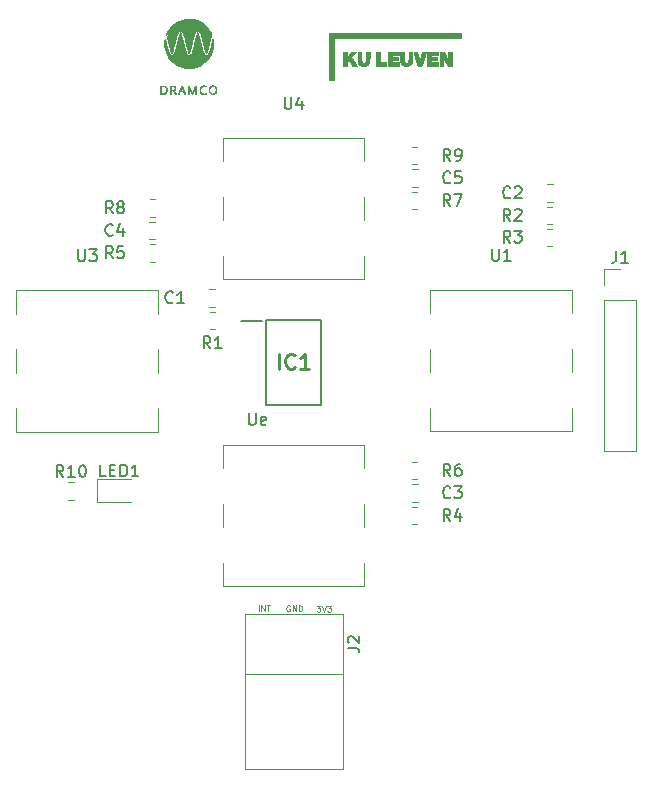
<source format=gto>
G04 #@! TF.GenerationSoftware,KiCad,Pcbnew,(5.1.9)-1*
G04 #@! TF.CreationDate,2021-07-28T09:13:25+02:00*
G04 #@! TF.ProjectId,STEM,5354454d-2e6b-4696-9361-645f70636258,A*
G04 #@! TF.SameCoordinates,Original*
G04 #@! TF.FileFunction,Legend,Top*
G04 #@! TF.FilePolarity,Positive*
%FSLAX46Y46*%
G04 Gerber Fmt 4.6, Leading zero omitted, Abs format (unit mm)*
G04 Created by KiCad (PCBNEW (5.1.9)-1) date 2021-07-28 09:13:25*
%MOMM*%
%LPD*%
G01*
G04 APERTURE LIST*
%ADD10C,0.125000*%
%ADD11C,0.120000*%
%ADD12C,0.010000*%
%ADD13C,0.200000*%
%ADD14C,0.150000*%
%ADD15C,0.254000*%
G04 APERTURE END LIST*
D10*
X124420952Y-135924190D02*
X124730476Y-135924190D01*
X124563809Y-136114666D01*
X124635238Y-136114666D01*
X124682857Y-136138476D01*
X124706666Y-136162285D01*
X124730476Y-136209904D01*
X124730476Y-136328952D01*
X124706666Y-136376571D01*
X124682857Y-136400380D01*
X124635238Y-136424190D01*
X124492380Y-136424190D01*
X124444761Y-136400380D01*
X124420952Y-136376571D01*
X124873333Y-135924190D02*
X125040000Y-136424190D01*
X125206666Y-135924190D01*
X125325714Y-135924190D02*
X125635238Y-135924190D01*
X125468571Y-136114666D01*
X125540000Y-136114666D01*
X125587619Y-136138476D01*
X125611428Y-136162285D01*
X125635238Y-136209904D01*
X125635238Y-136328952D01*
X125611428Y-136376571D01*
X125587619Y-136400380D01*
X125540000Y-136424190D01*
X125397142Y-136424190D01*
X125349523Y-136400380D01*
X125325714Y-136376571D01*
X122129047Y-135898000D02*
X122081428Y-135874190D01*
X122010000Y-135874190D01*
X121938571Y-135898000D01*
X121890952Y-135945619D01*
X121867142Y-135993238D01*
X121843333Y-136088476D01*
X121843333Y-136159904D01*
X121867142Y-136255142D01*
X121890952Y-136302761D01*
X121938571Y-136350380D01*
X122010000Y-136374190D01*
X122057619Y-136374190D01*
X122129047Y-136350380D01*
X122152857Y-136326571D01*
X122152857Y-136159904D01*
X122057619Y-136159904D01*
X122367142Y-136374190D02*
X122367142Y-135874190D01*
X122652857Y-136374190D01*
X122652857Y-135874190D01*
X122890952Y-136374190D02*
X122890952Y-135874190D01*
X123010000Y-135874190D01*
X123081428Y-135898000D01*
X123129047Y-135945619D01*
X123152857Y-135993238D01*
X123176666Y-136088476D01*
X123176666Y-136159904D01*
X123152857Y-136255142D01*
X123129047Y-136302761D01*
X123081428Y-136350380D01*
X123010000Y-136374190D01*
X122890952Y-136374190D01*
X119497619Y-136384190D02*
X119497619Y-135884190D01*
X119735714Y-136384190D02*
X119735714Y-135884190D01*
X120021428Y-136384190D01*
X120021428Y-135884190D01*
X120188095Y-135884190D02*
X120473809Y-135884190D01*
X120330952Y-136384190D02*
X120330952Y-135884190D01*
D11*
X146025000Y-121150000D02*
X134025000Y-121150000D01*
X134025000Y-109150000D02*
X146025000Y-109150000D01*
X146025000Y-121150000D02*
X146025000Y-119150000D01*
X146025000Y-116150000D02*
X146025000Y-114150000D01*
X146025000Y-111150000D02*
X146025000Y-109150000D01*
X134025000Y-111150000D02*
X134025000Y-109150000D01*
X134025000Y-116150000D02*
X134025000Y-114150000D01*
X134025000Y-121150000D02*
X134025000Y-119150000D01*
X128450000Y-134287000D02*
X116450000Y-134287000D01*
X116450000Y-122287000D02*
X128450000Y-122287000D01*
X128450000Y-134287000D02*
X128450000Y-132287000D01*
X128450000Y-129287000D02*
X128450000Y-127287000D01*
X128450000Y-124287000D02*
X128450000Y-122287000D01*
X116450000Y-124287000D02*
X116450000Y-122287000D01*
X116450000Y-129287000D02*
X116450000Y-127287000D01*
X116450000Y-134287000D02*
X116450000Y-132287000D01*
X110975000Y-121175000D02*
X98975000Y-121175000D01*
X98975000Y-109175000D02*
X110975000Y-109175000D01*
X110975000Y-121175000D02*
X110975000Y-119175000D01*
X110975000Y-116175000D02*
X110975000Y-114175000D01*
X110975000Y-111175000D02*
X110975000Y-109175000D01*
X98975000Y-111175000D02*
X98975000Y-109175000D01*
X98975000Y-116175000D02*
X98975000Y-114175000D01*
X98975000Y-121175000D02*
X98975000Y-119175000D01*
X128450000Y-108287000D02*
X116450000Y-108287000D01*
X116450000Y-96287000D02*
X128450000Y-96287000D01*
X128450000Y-108287000D02*
X128450000Y-106287000D01*
X128450000Y-103287000D02*
X128450000Y-101287000D01*
X128450000Y-98287000D02*
X128450000Y-96287000D01*
X116450000Y-98287000D02*
X116450000Y-96287000D01*
X116450000Y-103287000D02*
X116450000Y-101287000D01*
X116450000Y-108287000D02*
X116450000Y-106287000D01*
D12*
G36*
X126830579Y-89035467D02*
G01*
X126670267Y-89035467D01*
X126670267Y-90186933D01*
X126992000Y-90186933D01*
X126992000Y-89837977D01*
X127048268Y-89783440D01*
X127071247Y-89761220D01*
X127089740Y-89747571D01*
X127107070Y-89745446D01*
X127126559Y-89757801D01*
X127151532Y-89787589D01*
X127185312Y-89837764D01*
X127231221Y-89911281D01*
X127278350Y-89987967D01*
X127400695Y-90186933D01*
X127805194Y-90186933D01*
X127567034Y-89830285D01*
X127328875Y-89473637D01*
X127485541Y-89301119D01*
X127547007Y-89233422D01*
X127603884Y-89170755D01*
X127650453Y-89119423D01*
X127680997Y-89085726D01*
X127684339Y-89082033D01*
X127726470Y-89035467D01*
X127322200Y-89037193D01*
X127178267Y-89225944D01*
X127125253Y-89293745D01*
X127078549Y-89350265D01*
X127042302Y-89390723D01*
X127020661Y-89410338D01*
X127017400Y-89411415D01*
X127009825Y-89393987D01*
X127003137Y-89348769D01*
X126998032Y-89281839D01*
X126995679Y-89221801D01*
X126990891Y-89035466D01*
X126830579Y-89035467D01*
G37*
X126830579Y-89035467D02*
X126670267Y-89035467D01*
X126670267Y-90186933D01*
X126992000Y-90186933D01*
X126992000Y-89837977D01*
X127048268Y-89783440D01*
X127071247Y-89761220D01*
X127089740Y-89747571D01*
X127107070Y-89745446D01*
X127126559Y-89757801D01*
X127151532Y-89787589D01*
X127185312Y-89837764D01*
X127231221Y-89911281D01*
X127278350Y-89987967D01*
X127400695Y-90186933D01*
X127805194Y-90186933D01*
X127567034Y-89830285D01*
X127328875Y-89473637D01*
X127485541Y-89301119D01*
X127547007Y-89233422D01*
X127603884Y-89170755D01*
X127650453Y-89119423D01*
X127680997Y-89085726D01*
X127684339Y-89082033D01*
X127726470Y-89035467D01*
X127322200Y-89037193D01*
X127178267Y-89225944D01*
X127125253Y-89293745D01*
X127078549Y-89350265D01*
X127042302Y-89390723D01*
X127020661Y-89410338D01*
X127017400Y-89411415D01*
X127009825Y-89393987D01*
X127003137Y-89348769D01*
X126998032Y-89281839D01*
X126995679Y-89221801D01*
X126990891Y-89035466D01*
X126830579Y-89035467D01*
G36*
X129607915Y-89035467D02*
G01*
X129447334Y-89035467D01*
X129447334Y-90186933D01*
X130277067Y-90186933D01*
X130277067Y-89916905D01*
X130027301Y-89912219D01*
X129777534Y-89907533D01*
X129773015Y-89471500D01*
X129768495Y-89035466D01*
X129607915Y-89035467D01*
G37*
X129607915Y-89035467D02*
X129447334Y-89035467D01*
X129447334Y-90186933D01*
X130277067Y-90186933D01*
X130277067Y-89916905D01*
X130027301Y-89912219D01*
X129777534Y-89907533D01*
X129773015Y-89471500D01*
X129768495Y-89035466D01*
X129607915Y-89035467D01*
G36*
X130429467Y-90186933D02*
G01*
X131360800Y-90186933D01*
X131360800Y-89916781D01*
X131060234Y-89912157D01*
X130759667Y-89907533D01*
X130759667Y-89738200D01*
X131026367Y-89733537D01*
X131293067Y-89728873D01*
X131293067Y-89476593D01*
X131026367Y-89471930D01*
X130759667Y-89467266D01*
X130759667Y-89297933D01*
X131343867Y-89288667D01*
X131343867Y-89035467D01*
X130429467Y-89035467D01*
X130429467Y-90186933D01*
G37*
X130429467Y-90186933D02*
X131360800Y-90186933D01*
X131360800Y-89916781D01*
X131060234Y-89912157D01*
X130759667Y-89907533D01*
X130759667Y-89738200D01*
X131026367Y-89733537D01*
X131293067Y-89728873D01*
X131293067Y-89476593D01*
X131026367Y-89471930D01*
X130759667Y-89467266D01*
X130759667Y-89297933D01*
X131343867Y-89288667D01*
X131343867Y-89035467D01*
X130429467Y-89035467D01*
X130429467Y-90186933D01*
G36*
X133251550Y-89346113D02*
G01*
X133219065Y-89474770D01*
X133193237Y-89573765D01*
X133172971Y-89646404D01*
X133157171Y-89695994D01*
X133144743Y-89725840D01*
X133134590Y-89739249D01*
X133125618Y-89739526D01*
X133122138Y-89736724D01*
X133113412Y-89716334D01*
X133097848Y-89668219D01*
X133076943Y-89597480D01*
X133052188Y-89509216D01*
X133025080Y-89408529D01*
X133017157Y-89378366D01*
X132927580Y-89035467D01*
X132770723Y-89035467D01*
X132702548Y-89037053D01*
X132649342Y-89041312D01*
X132618552Y-89047489D01*
X132613867Y-89051333D01*
X132618350Y-89069651D01*
X132630934Y-89115962D01*
X132650327Y-89185723D01*
X132675232Y-89274389D01*
X132704356Y-89377418D01*
X132736403Y-89490266D01*
X132770080Y-89608388D01*
X132804091Y-89727242D01*
X132837143Y-89842283D01*
X132867940Y-89948968D01*
X132895189Y-90042753D01*
X132917594Y-90119095D01*
X132928973Y-90157300D01*
X132936782Y-90170457D01*
X132954762Y-90179082D01*
X132988930Y-90184092D01*
X133045303Y-90186403D01*
X133123540Y-90186933D01*
X133214286Y-90185577D01*
X133274623Y-90181264D01*
X133307912Y-90173626D01*
X133317053Y-90165767D01*
X133323721Y-90144837D01*
X133338890Y-90095571D01*
X133361315Y-90022066D01*
X133389750Y-89928421D01*
X133422949Y-89818732D01*
X133459668Y-89697096D01*
X133477897Y-89636600D01*
X133516294Y-89509261D01*
X133552161Y-89390613D01*
X133584170Y-89285022D01*
X133610995Y-89196856D01*
X133631307Y-89130483D01*
X133643781Y-89090271D01*
X133646429Y-89082033D01*
X133661972Y-89035467D01*
X133329278Y-89035467D01*
X133251550Y-89346113D01*
G37*
X133251550Y-89346113D02*
X133219065Y-89474770D01*
X133193237Y-89573765D01*
X133172971Y-89646404D01*
X133157171Y-89695994D01*
X133144743Y-89725840D01*
X133134590Y-89739249D01*
X133125618Y-89739526D01*
X133122138Y-89736724D01*
X133113412Y-89716334D01*
X133097848Y-89668219D01*
X133076943Y-89597480D01*
X133052188Y-89509216D01*
X133025080Y-89408529D01*
X133017157Y-89378366D01*
X132927580Y-89035467D01*
X132770723Y-89035467D01*
X132702548Y-89037053D01*
X132649342Y-89041312D01*
X132618552Y-89047489D01*
X132613867Y-89051333D01*
X132618350Y-89069651D01*
X132630934Y-89115962D01*
X132650327Y-89185723D01*
X132675232Y-89274389D01*
X132704356Y-89377418D01*
X132736403Y-89490266D01*
X132770080Y-89608388D01*
X132804091Y-89727242D01*
X132837143Y-89842283D01*
X132867940Y-89948968D01*
X132895189Y-90042753D01*
X132917594Y-90119095D01*
X132928973Y-90157300D01*
X132936782Y-90170457D01*
X132954762Y-90179082D01*
X132988930Y-90184092D01*
X133045303Y-90186403D01*
X133123540Y-90186933D01*
X133214286Y-90185577D01*
X133274623Y-90181264D01*
X133307912Y-90173626D01*
X133317053Y-90165767D01*
X133323721Y-90144837D01*
X133338890Y-90095571D01*
X133361315Y-90022066D01*
X133389750Y-89928421D01*
X133422949Y-89818732D01*
X133459668Y-89697096D01*
X133477897Y-89636600D01*
X133516294Y-89509261D01*
X133552161Y-89390613D01*
X133584170Y-89285022D01*
X133610995Y-89196856D01*
X133631307Y-89130483D01*
X133643781Y-89090271D01*
X133646429Y-89082033D01*
X133661972Y-89035467D01*
X133329278Y-89035467D01*
X133251550Y-89346113D01*
G36*
X133748400Y-90186933D02*
G01*
X134679734Y-90186933D01*
X134679734Y-89916781D01*
X134078600Y-89907533D01*
X134078600Y-89738200D01*
X134345300Y-89733537D01*
X134612001Y-89728873D01*
X134612001Y-89476593D01*
X134345300Y-89471930D01*
X134078600Y-89467266D01*
X134073275Y-89402585D01*
X134071367Y-89363309D01*
X134075944Y-89334362D01*
X134091348Y-89314171D01*
X134121922Y-89301162D01*
X134172010Y-89293762D01*
X134245953Y-89290397D01*
X134348095Y-89289493D01*
X134385474Y-89289466D01*
X134662801Y-89289466D01*
X134662801Y-89035467D01*
X133748400Y-89035467D01*
X133748400Y-90186933D01*
G37*
X133748400Y-90186933D02*
X134679734Y-90186933D01*
X134679734Y-89916781D01*
X134078600Y-89907533D01*
X134078600Y-89738200D01*
X134345300Y-89733537D01*
X134612001Y-89728873D01*
X134612001Y-89476593D01*
X134345300Y-89471930D01*
X134078600Y-89467266D01*
X134073275Y-89402585D01*
X134071367Y-89363309D01*
X134075944Y-89334362D01*
X134091348Y-89314171D01*
X134121922Y-89301162D01*
X134172010Y-89293762D01*
X134245953Y-89290397D01*
X134348095Y-89289493D01*
X134385474Y-89289466D01*
X134662801Y-89289466D01*
X134662801Y-89035467D01*
X133748400Y-89035467D01*
X133748400Y-90186933D01*
G36*
X135522549Y-89344500D02*
G01*
X135520232Y-89445233D01*
X135516674Y-89531449D01*
X135512200Y-89598184D01*
X135507133Y-89640475D01*
X135502345Y-89653533D01*
X135490141Y-89639216D01*
X135465015Y-89599232D01*
X135429532Y-89538035D01*
X135386256Y-89460077D01*
X135337750Y-89369811D01*
X135324545Y-89344773D01*
X135162334Y-89036013D01*
X134988767Y-89035740D01*
X134815201Y-89035467D01*
X134815201Y-90186933D01*
X135119253Y-90186933D01*
X135123860Y-89869433D01*
X135126305Y-89758444D01*
X135130000Y-89668009D01*
X135134708Y-89601672D01*
X135140197Y-89562978D01*
X135144716Y-89554235D01*
X135157246Y-89569177D01*
X135183036Y-89609635D01*
X135219493Y-89671198D01*
X135264026Y-89749454D01*
X135314042Y-89839992D01*
X135330983Y-89871210D01*
X135501000Y-90185883D01*
X135666101Y-90186408D01*
X135831200Y-90186933D01*
X135831200Y-89035467D01*
X135527164Y-89035467D01*
X135522549Y-89344500D01*
G37*
X135522549Y-89344500D02*
X135520232Y-89445233D01*
X135516674Y-89531449D01*
X135512200Y-89598184D01*
X135507133Y-89640475D01*
X135502345Y-89653533D01*
X135490141Y-89639216D01*
X135465015Y-89599232D01*
X135429532Y-89538035D01*
X135386256Y-89460077D01*
X135337750Y-89369811D01*
X135324545Y-89344773D01*
X135162334Y-89036013D01*
X134988767Y-89035740D01*
X134815201Y-89035467D01*
X134815201Y-90186933D01*
X135119253Y-90186933D01*
X135123860Y-89869433D01*
X135126305Y-89758444D01*
X135130000Y-89668009D01*
X135134708Y-89601672D01*
X135140197Y-89562978D01*
X135144716Y-89554235D01*
X135157246Y-89569177D01*
X135183036Y-89609635D01*
X135219493Y-89671198D01*
X135264026Y-89749454D01*
X135314042Y-89839992D01*
X135330983Y-89871210D01*
X135501000Y-90185883D01*
X135666101Y-90186408D01*
X135831200Y-90186933D01*
X135831200Y-89035467D01*
X135527164Y-89035467D01*
X135522549Y-89344500D01*
G36*
X128729548Y-89035467D02*
G01*
X128568511Y-89035467D01*
X128563423Y-89443284D01*
X128558334Y-89851101D01*
X128503033Y-89900484D01*
X128438380Y-89939057D01*
X128367263Y-89950366D01*
X128299658Y-89933433D01*
X128280913Y-89922253D01*
X128254538Y-89900554D01*
X128234048Y-89874009D01*
X128218723Y-89838340D01*
X128207840Y-89789265D01*
X128200677Y-89722506D01*
X128196512Y-89633783D01*
X128194624Y-89518815D01*
X128194267Y-89408544D01*
X128194267Y-89035467D01*
X127872534Y-89035467D01*
X127872534Y-89438793D01*
X127873064Y-89579391D01*
X127874810Y-89690576D01*
X127878006Y-89776789D01*
X127882886Y-89842470D01*
X127889684Y-89892060D01*
X127898351Y-89929057D01*
X127940776Y-90027899D01*
X128003912Y-90103681D01*
X128090533Y-90158579D01*
X128203411Y-90194771D01*
X128247256Y-90203039D01*
X128325870Y-90214223D01*
X128387901Y-90217790D01*
X128449769Y-90213734D01*
X128522633Y-90202935D01*
X128637259Y-90174430D01*
X128726384Y-90129635D01*
X128796054Y-90064578D01*
X128843518Y-89992200D01*
X128854632Y-89969829D01*
X128863321Y-89945890D01*
X128869949Y-89915945D01*
X128874877Y-89875557D01*
X128878467Y-89820289D01*
X128881082Y-89745703D01*
X128883083Y-89647361D01*
X128884834Y-89520827D01*
X128885326Y-89479966D01*
X128890584Y-89035466D01*
X128729548Y-89035467D01*
G37*
X128729548Y-89035467D02*
X128568511Y-89035467D01*
X128563423Y-89443284D01*
X128558334Y-89851101D01*
X128503033Y-89900484D01*
X128438380Y-89939057D01*
X128367263Y-89950366D01*
X128299658Y-89933433D01*
X128280913Y-89922253D01*
X128254538Y-89900554D01*
X128234048Y-89874009D01*
X128218723Y-89838340D01*
X128207840Y-89789265D01*
X128200677Y-89722506D01*
X128196512Y-89633783D01*
X128194624Y-89518815D01*
X128194267Y-89408544D01*
X128194267Y-89035467D01*
X127872534Y-89035467D01*
X127872534Y-89438793D01*
X127873064Y-89579391D01*
X127874810Y-89690576D01*
X127878006Y-89776789D01*
X127882886Y-89842470D01*
X127889684Y-89892060D01*
X127898351Y-89929057D01*
X127940776Y-90027899D01*
X128003912Y-90103681D01*
X128090533Y-90158579D01*
X128203411Y-90194771D01*
X128247256Y-90203039D01*
X128325870Y-90214223D01*
X128387901Y-90217790D01*
X128449769Y-90213734D01*
X128522633Y-90202935D01*
X128637259Y-90174430D01*
X128726384Y-90129635D01*
X128796054Y-90064578D01*
X128843518Y-89992200D01*
X128854632Y-89969829D01*
X128863321Y-89945890D01*
X128869949Y-89915945D01*
X128874877Y-89875557D01*
X128878467Y-89820289D01*
X128881082Y-89745703D01*
X128883083Y-89647361D01*
X128884834Y-89520827D01*
X128885326Y-89479966D01*
X128890584Y-89035466D01*
X128729548Y-89035467D01*
G36*
X132190439Y-89395300D02*
G01*
X132189669Y-89536122D01*
X132187015Y-89647294D01*
X132181840Y-89733010D01*
X132173508Y-89797463D01*
X132161382Y-89844847D01*
X132144825Y-89879356D01*
X132123199Y-89905183D01*
X132111467Y-89915230D01*
X132056001Y-89941455D01*
X131989231Y-89949219D01*
X131925762Y-89938214D01*
X131891949Y-89919857D01*
X131867178Y-89897765D01*
X131847930Y-89873531D01*
X131833417Y-89842674D01*
X131822848Y-89800710D01*
X131815434Y-89743156D01*
X131810385Y-89665529D01*
X131806911Y-89563347D01*
X131804224Y-89432125D01*
X131804027Y-89420700D01*
X131797445Y-89035467D01*
X131494247Y-89035467D01*
X131499491Y-89488433D01*
X131501150Y-89624208D01*
X131502870Y-89730516D01*
X131505037Y-89811755D01*
X131508041Y-89872323D01*
X131512270Y-89916618D01*
X131518113Y-89949037D01*
X131525956Y-89973979D01*
X131536190Y-89995842D01*
X131545821Y-90013134D01*
X131611551Y-90095167D01*
X131699882Y-90156356D01*
X131775667Y-90184926D01*
X131861151Y-90201028D01*
X131959201Y-90210330D01*
X132055167Y-90212046D01*
X132134403Y-90205391D01*
X132139734Y-90204445D01*
X132253341Y-90174988D01*
X132340175Y-90132241D01*
X132406025Y-90072237D01*
X132456674Y-89991009D01*
X132459407Y-89985266D01*
X132473056Y-89955234D01*
X132483642Y-89927350D01*
X132491624Y-89896837D01*
X132497459Y-89858915D01*
X132501607Y-89808806D01*
X132504526Y-89741734D01*
X132506674Y-89652919D01*
X132508511Y-89537584D01*
X132509529Y-89463033D01*
X132515257Y-89035467D01*
X132190534Y-89035467D01*
X132190439Y-89395300D01*
G37*
X132190439Y-89395300D02*
X132189669Y-89536122D01*
X132187015Y-89647294D01*
X132181840Y-89733010D01*
X132173508Y-89797463D01*
X132161382Y-89844847D01*
X132144825Y-89879356D01*
X132123199Y-89905183D01*
X132111467Y-89915230D01*
X132056001Y-89941455D01*
X131989231Y-89949219D01*
X131925762Y-89938214D01*
X131891949Y-89919857D01*
X131867178Y-89897765D01*
X131847930Y-89873531D01*
X131833417Y-89842674D01*
X131822848Y-89800710D01*
X131815434Y-89743156D01*
X131810385Y-89665529D01*
X131806911Y-89563347D01*
X131804224Y-89432125D01*
X131804027Y-89420700D01*
X131797445Y-89035467D01*
X131494247Y-89035467D01*
X131499491Y-89488433D01*
X131501150Y-89624208D01*
X131502870Y-89730516D01*
X131505037Y-89811755D01*
X131508041Y-89872323D01*
X131512270Y-89916618D01*
X131518113Y-89949037D01*
X131525956Y-89973979D01*
X131536190Y-89995842D01*
X131545821Y-90013134D01*
X131611551Y-90095167D01*
X131699882Y-90156356D01*
X131775667Y-90184926D01*
X131861151Y-90201028D01*
X131959201Y-90210330D01*
X132055167Y-90212046D01*
X132134403Y-90205391D01*
X132139734Y-90204445D01*
X132253341Y-90174988D01*
X132340175Y-90132241D01*
X132406025Y-90072237D01*
X132456674Y-89991009D01*
X132459407Y-89985266D01*
X132473056Y-89955234D01*
X132483642Y-89927350D01*
X132491624Y-89896837D01*
X132497459Y-89858915D01*
X132501607Y-89808806D01*
X132504526Y-89741734D01*
X132506674Y-89652919D01*
X132508511Y-89537584D01*
X132509529Y-89463033D01*
X132515257Y-89035467D01*
X132190534Y-89035467D01*
X132190439Y-89395300D01*
G36*
X125451067Y-91406133D02*
G01*
X125874400Y-91406133D01*
X125874400Y-87833200D01*
X136644000Y-87833200D01*
X136644000Y-87409867D01*
X125451067Y-87409867D01*
X125451067Y-91406133D01*
G37*
X125451067Y-91406133D02*
X125874400Y-91406133D01*
X125874400Y-87833200D01*
X136644000Y-87833200D01*
X136644000Y-87409867D01*
X125451067Y-87409867D01*
X125451067Y-91406133D01*
G36*
X112871641Y-87411967D02*
G01*
X112892741Y-87460722D01*
X112914575Y-87518081D01*
X112937239Y-87584345D01*
X112960835Y-87659817D01*
X112985459Y-87744798D01*
X113008885Y-87830796D01*
X113015336Y-87855304D01*
X113022038Y-87881186D01*
X113029183Y-87909229D01*
X113036963Y-87940217D01*
X113045570Y-87974936D01*
X113055197Y-88014173D01*
X113066034Y-88058712D01*
X113078275Y-88109341D01*
X113092110Y-88166844D01*
X113107734Y-88232007D01*
X113125336Y-88305616D01*
X113141714Y-88374220D01*
X113165703Y-88473735D01*
X113187984Y-88563972D01*
X113208749Y-88645635D01*
X113228187Y-88719425D01*
X113246489Y-88786046D01*
X113263844Y-88846201D01*
X113280442Y-88900593D01*
X113296475Y-88949926D01*
X113301084Y-88963500D01*
X113309192Y-88987600D01*
X113315758Y-89008023D01*
X113320230Y-89022979D01*
X113322055Y-89030677D01*
X113322004Y-89031303D01*
X113318425Y-89028371D01*
X113310473Y-89019016D01*
X113299688Y-89005079D01*
X113296604Y-89000925D01*
X113271334Y-88965679D01*
X113246149Y-88928594D01*
X113220691Y-88889010D01*
X113194602Y-88846266D01*
X113167523Y-88799703D01*
X113139097Y-88748660D01*
X113108965Y-88692478D01*
X113076771Y-88630496D01*
X113042155Y-88562054D01*
X113004760Y-88486492D01*
X112964227Y-88403150D01*
X112920200Y-88311368D01*
X112902882Y-88274990D01*
X112879933Y-88226844D01*
X112855991Y-88176885D01*
X112831905Y-88126868D01*
X112808526Y-88078547D01*
X112786702Y-88033677D01*
X112767283Y-87994013D01*
X112751119Y-87961309D01*
X112747419Y-87953892D01*
X112731654Y-87922048D01*
X112717528Y-87892894D01*
X112705655Y-87867752D01*
X112696652Y-87847941D01*
X112691133Y-87834782D01*
X112689640Y-87829881D01*
X112691094Y-87821307D01*
X112695164Y-87804559D01*
X112701406Y-87781153D01*
X112709378Y-87752605D01*
X112718636Y-87720429D01*
X112728738Y-87686143D01*
X112739243Y-87651261D01*
X112749705Y-87617299D01*
X112759685Y-87585773D01*
X112768738Y-87558197D01*
X112770580Y-87552754D01*
X112784637Y-87513090D01*
X112799036Y-87475305D01*
X112813064Y-87441095D01*
X112826009Y-87412157D01*
X112837157Y-87390189D01*
X112842872Y-87380785D01*
X112851324Y-87368380D01*
X112871641Y-87411967D01*
G37*
X112871641Y-87411967D02*
X112892741Y-87460722D01*
X112914575Y-87518081D01*
X112937239Y-87584345D01*
X112960835Y-87659817D01*
X112985459Y-87744798D01*
X113008885Y-87830796D01*
X113015336Y-87855304D01*
X113022038Y-87881186D01*
X113029183Y-87909229D01*
X113036963Y-87940217D01*
X113045570Y-87974936D01*
X113055197Y-88014173D01*
X113066034Y-88058712D01*
X113078275Y-88109341D01*
X113092110Y-88166844D01*
X113107734Y-88232007D01*
X113125336Y-88305616D01*
X113141714Y-88374220D01*
X113165703Y-88473735D01*
X113187984Y-88563972D01*
X113208749Y-88645635D01*
X113228187Y-88719425D01*
X113246489Y-88786046D01*
X113263844Y-88846201D01*
X113280442Y-88900593D01*
X113296475Y-88949926D01*
X113301084Y-88963500D01*
X113309192Y-88987600D01*
X113315758Y-89008023D01*
X113320230Y-89022979D01*
X113322055Y-89030677D01*
X113322004Y-89031303D01*
X113318425Y-89028371D01*
X113310473Y-89019016D01*
X113299688Y-89005079D01*
X113296604Y-89000925D01*
X113271334Y-88965679D01*
X113246149Y-88928594D01*
X113220691Y-88889010D01*
X113194602Y-88846266D01*
X113167523Y-88799703D01*
X113139097Y-88748660D01*
X113108965Y-88692478D01*
X113076771Y-88630496D01*
X113042155Y-88562054D01*
X113004760Y-88486492D01*
X112964227Y-88403150D01*
X112920200Y-88311368D01*
X112902882Y-88274990D01*
X112879933Y-88226844D01*
X112855991Y-88176885D01*
X112831905Y-88126868D01*
X112808526Y-88078547D01*
X112786702Y-88033677D01*
X112767283Y-87994013D01*
X112751119Y-87961309D01*
X112747419Y-87953892D01*
X112731654Y-87922048D01*
X112717528Y-87892894D01*
X112705655Y-87867752D01*
X112696652Y-87847941D01*
X112691133Y-87834782D01*
X112689640Y-87829881D01*
X112691094Y-87821307D01*
X112695164Y-87804559D01*
X112701406Y-87781153D01*
X112709378Y-87752605D01*
X112718636Y-87720429D01*
X112728738Y-87686143D01*
X112739243Y-87651261D01*
X112749705Y-87617299D01*
X112759685Y-87585773D01*
X112768738Y-87558197D01*
X112770580Y-87552754D01*
X112784637Y-87513090D01*
X112799036Y-87475305D01*
X112813064Y-87441095D01*
X112826009Y-87412157D01*
X112837157Y-87390189D01*
X112842872Y-87380785D01*
X112851324Y-87368380D01*
X112871641Y-87411967D01*
G36*
X114318247Y-87380205D02*
G01*
X114328246Y-87397479D01*
X114340385Y-87423431D01*
X114354249Y-87456907D01*
X114369420Y-87496753D01*
X114385482Y-87541815D01*
X114402019Y-87590937D01*
X114418614Y-87642966D01*
X114434850Y-87696747D01*
X114444372Y-87729817D01*
X114473281Y-87832175D01*
X114422650Y-87933340D01*
X114409219Y-87960427D01*
X114392241Y-87995069D01*
X114372505Y-88035632D01*
X114350801Y-88080483D01*
X114327919Y-88127987D01*
X114304648Y-88176513D01*
X114281779Y-88224426D01*
X114274408Y-88239922D01*
X114230648Y-88331652D01*
X114190609Y-88414775D01*
X114153926Y-88489989D01*
X114120234Y-88557987D01*
X114089165Y-88619466D01*
X114060356Y-88675122D01*
X114033439Y-88725649D01*
X114008049Y-88771744D01*
X113983820Y-88814102D01*
X113960387Y-88853419D01*
X113937383Y-88890389D01*
X113914444Y-88925710D01*
X113911272Y-88930480D01*
X113887681Y-88965757D01*
X113869299Y-88992845D01*
X113855745Y-89012040D01*
X113846643Y-89023640D01*
X113841613Y-89027940D01*
X113840276Y-89025239D01*
X113842253Y-89015831D01*
X113847167Y-89000015D01*
X113854639Y-88978087D01*
X113856175Y-88973660D01*
X113870169Y-88932043D01*
X113884631Y-88886283D01*
X113899731Y-88835745D01*
X113915640Y-88779792D01*
X113932527Y-88717786D01*
X113950562Y-88649092D01*
X113969913Y-88573072D01*
X113990752Y-88489091D01*
X114013247Y-88396511D01*
X114037569Y-88294696D01*
X114040994Y-88280240D01*
X114064092Y-88183115D01*
X114085243Y-88095162D01*
X114104646Y-88015624D01*
X114122499Y-87943741D01*
X114139001Y-87878756D01*
X114154352Y-87819910D01*
X114168749Y-87766445D01*
X114182392Y-87717602D01*
X114195479Y-87672623D01*
X114208209Y-87630749D01*
X114220781Y-87591223D01*
X114224719Y-87579200D01*
X114237199Y-87542676D01*
X114250529Y-87505943D01*
X114264012Y-87470742D01*
X114276948Y-87438815D01*
X114288639Y-87411905D01*
X114298386Y-87391751D01*
X114303501Y-87382866D01*
X114309554Y-87374660D01*
X114313696Y-87374497D01*
X114318247Y-87380205D01*
G37*
X114318247Y-87380205D02*
X114328246Y-87397479D01*
X114340385Y-87423431D01*
X114354249Y-87456907D01*
X114369420Y-87496753D01*
X114385482Y-87541815D01*
X114402019Y-87590937D01*
X114418614Y-87642966D01*
X114434850Y-87696747D01*
X114444372Y-87729817D01*
X114473281Y-87832175D01*
X114422650Y-87933340D01*
X114409219Y-87960427D01*
X114392241Y-87995069D01*
X114372505Y-88035632D01*
X114350801Y-88080483D01*
X114327919Y-88127987D01*
X114304648Y-88176513D01*
X114281779Y-88224426D01*
X114274408Y-88239922D01*
X114230648Y-88331652D01*
X114190609Y-88414775D01*
X114153926Y-88489989D01*
X114120234Y-88557987D01*
X114089165Y-88619466D01*
X114060356Y-88675122D01*
X114033439Y-88725649D01*
X114008049Y-88771744D01*
X113983820Y-88814102D01*
X113960387Y-88853419D01*
X113937383Y-88890389D01*
X113914444Y-88925710D01*
X113911272Y-88930480D01*
X113887681Y-88965757D01*
X113869299Y-88992845D01*
X113855745Y-89012040D01*
X113846643Y-89023640D01*
X113841613Y-89027940D01*
X113840276Y-89025239D01*
X113842253Y-89015831D01*
X113847167Y-89000015D01*
X113854639Y-88978087D01*
X113856175Y-88973660D01*
X113870169Y-88932043D01*
X113884631Y-88886283D01*
X113899731Y-88835745D01*
X113915640Y-88779792D01*
X113932527Y-88717786D01*
X113950562Y-88649092D01*
X113969913Y-88573072D01*
X113990752Y-88489091D01*
X114013247Y-88396511D01*
X114037569Y-88294696D01*
X114040994Y-88280240D01*
X114064092Y-88183115D01*
X114085243Y-88095162D01*
X114104646Y-88015624D01*
X114122499Y-87943741D01*
X114139001Y-87878756D01*
X114154352Y-87819910D01*
X114168749Y-87766445D01*
X114182392Y-87717602D01*
X114195479Y-87672623D01*
X114208209Y-87630749D01*
X114220781Y-87591223D01*
X114224719Y-87579200D01*
X114237199Y-87542676D01*
X114250529Y-87505943D01*
X114264012Y-87470742D01*
X114276948Y-87438815D01*
X114288639Y-87411905D01*
X114298386Y-87391751D01*
X114303501Y-87382866D01*
X114309554Y-87374660D01*
X114313696Y-87374497D01*
X114318247Y-87380205D01*
G36*
X115065221Y-87292515D02*
G01*
X115102336Y-87303631D01*
X115141589Y-87323939D01*
X115182657Y-87353148D01*
X115225214Y-87390969D01*
X115268938Y-87437112D01*
X115313503Y-87491287D01*
X115358585Y-87553205D01*
X115403861Y-87622576D01*
X115406443Y-87626752D01*
X115447833Y-87693888D01*
X115433082Y-87747034D01*
X115424201Y-87779562D01*
X115414478Y-87816225D01*
X115403748Y-87857695D01*
X115391843Y-87904642D01*
X115378597Y-87957738D01*
X115363842Y-88017655D01*
X115347413Y-88085062D01*
X115329142Y-88160632D01*
X115308863Y-88245036D01*
X115295849Y-88299418D01*
X115269908Y-88407058D01*
X115245783Y-88505251D01*
X115223321Y-88594518D01*
X115202374Y-88675381D01*
X115182790Y-88748359D01*
X115164418Y-88813976D01*
X115147109Y-88872750D01*
X115130711Y-88925205D01*
X115115074Y-88971860D01*
X115100048Y-89013237D01*
X115085482Y-89049857D01*
X115071225Y-89082242D01*
X115067327Y-89090500D01*
X115042968Y-89141300D01*
X115017204Y-89087960D01*
X115006108Y-89064142D01*
X114995104Y-89038688D01*
X114984051Y-89011083D01*
X114972806Y-88980818D01*
X114961225Y-88947379D01*
X114949166Y-88910255D01*
X114936485Y-88868934D01*
X114923041Y-88822904D01*
X114908690Y-88771654D01*
X114893289Y-88714670D01*
X114876696Y-88651442D01*
X114858767Y-88581458D01*
X114839360Y-88504205D01*
X114818331Y-88419173D01*
X114795539Y-88325848D01*
X114770840Y-88223719D01*
X114744090Y-88112274D01*
X114739309Y-88092280D01*
X114727896Y-88044898D01*
X114715935Y-87995882D01*
X114703933Y-87947264D01*
X114692396Y-87901080D01*
X114681832Y-87859361D01*
X114672747Y-87824142D01*
X114667757Y-87805260D01*
X114659552Y-87774293D01*
X114652329Y-87746377D01*
X114646486Y-87723101D01*
X114642421Y-87706056D01*
X114640531Y-87696833D01*
X114640445Y-87695948D01*
X114643110Y-87689024D01*
X114650554Y-87675169D01*
X114661851Y-87655858D01*
X114676077Y-87632566D01*
X114692306Y-87606770D01*
X114709614Y-87579945D01*
X114727074Y-87553567D01*
X114743762Y-87529111D01*
X114755041Y-87513160D01*
X114788347Y-87469629D01*
X114823741Y-87428119D01*
X114858968Y-87391156D01*
X114886740Y-87365507D01*
X114914380Y-87344271D01*
X114944806Y-87324946D01*
X114975576Y-87308802D01*
X115004245Y-87297106D01*
X115028369Y-87291126D01*
X115030568Y-87290879D01*
X115065221Y-87292515D01*
G37*
X115065221Y-87292515D02*
X115102336Y-87303631D01*
X115141589Y-87323939D01*
X115182657Y-87353148D01*
X115225214Y-87390969D01*
X115268938Y-87437112D01*
X115313503Y-87491287D01*
X115358585Y-87553205D01*
X115403861Y-87622576D01*
X115406443Y-87626752D01*
X115447833Y-87693888D01*
X115433082Y-87747034D01*
X115424201Y-87779562D01*
X115414478Y-87816225D01*
X115403748Y-87857695D01*
X115391843Y-87904642D01*
X115378597Y-87957738D01*
X115363842Y-88017655D01*
X115347413Y-88085062D01*
X115329142Y-88160632D01*
X115308863Y-88245036D01*
X115295849Y-88299418D01*
X115269908Y-88407058D01*
X115245783Y-88505251D01*
X115223321Y-88594518D01*
X115202374Y-88675381D01*
X115182790Y-88748359D01*
X115164418Y-88813976D01*
X115147109Y-88872750D01*
X115130711Y-88925205D01*
X115115074Y-88971860D01*
X115100048Y-89013237D01*
X115085482Y-89049857D01*
X115071225Y-89082242D01*
X115067327Y-89090500D01*
X115042968Y-89141300D01*
X115017204Y-89087960D01*
X115006108Y-89064142D01*
X114995104Y-89038688D01*
X114984051Y-89011083D01*
X114972806Y-88980818D01*
X114961225Y-88947379D01*
X114949166Y-88910255D01*
X114936485Y-88868934D01*
X114923041Y-88822904D01*
X114908690Y-88771654D01*
X114893289Y-88714670D01*
X114876696Y-88651442D01*
X114858767Y-88581458D01*
X114839360Y-88504205D01*
X114818331Y-88419173D01*
X114795539Y-88325848D01*
X114770840Y-88223719D01*
X114744090Y-88112274D01*
X114739309Y-88092280D01*
X114727896Y-88044898D01*
X114715935Y-87995882D01*
X114703933Y-87947264D01*
X114692396Y-87901080D01*
X114681832Y-87859361D01*
X114672747Y-87824142D01*
X114667757Y-87805260D01*
X114659552Y-87774293D01*
X114652329Y-87746377D01*
X114646486Y-87723101D01*
X114642421Y-87706056D01*
X114640531Y-87696833D01*
X114640445Y-87695948D01*
X114643110Y-87689024D01*
X114650554Y-87675169D01*
X114661851Y-87655858D01*
X114676077Y-87632566D01*
X114692306Y-87606770D01*
X114709614Y-87579945D01*
X114727074Y-87553567D01*
X114743762Y-87529111D01*
X114755041Y-87513160D01*
X114788347Y-87469629D01*
X114823741Y-87428119D01*
X114858968Y-87391156D01*
X114886740Y-87365507D01*
X114914380Y-87344271D01*
X114944806Y-87324946D01*
X114975576Y-87308802D01*
X115004245Y-87297106D01*
X115028369Y-87291126D01*
X115030568Y-87290879D01*
X115065221Y-87292515D01*
G36*
X113773187Y-86232193D02*
G01*
X113912471Y-86249916D01*
X114050774Y-86277203D01*
X114187636Y-86314081D01*
X114322594Y-86360577D01*
X114455188Y-86416719D01*
X114520980Y-86448684D01*
X114637363Y-86512126D01*
X114746746Y-86581011D01*
X114850636Y-86656451D01*
X114950541Y-86739557D01*
X115047969Y-86831442D01*
X115069652Y-86853387D01*
X115160764Y-86953151D01*
X115245653Y-87059085D01*
X115323422Y-87169876D01*
X115393170Y-87284211D01*
X115453999Y-87400778D01*
X115474111Y-87444312D01*
X115505690Y-87515164D01*
X115494232Y-87548452D01*
X115488127Y-87566272D01*
X115483196Y-87580818D01*
X115480535Y-87588849D01*
X115476951Y-87588094D01*
X115468973Y-87579827D01*
X115457575Y-87565160D01*
X115448306Y-87552009D01*
X115408101Y-87496078D01*
X115367034Y-87444604D01*
X115326130Y-87398704D01*
X115286411Y-87359495D01*
X115248903Y-87328095D01*
X115232180Y-87316252D01*
X115179056Y-87286526D01*
X115125011Y-87266810D01*
X115070433Y-87257042D01*
X115015708Y-87257156D01*
X114961222Y-87267089D01*
X114907363Y-87286775D01*
X114854516Y-87316150D01*
X114803069Y-87355151D01*
X114761979Y-87394499D01*
X114730012Y-87430328D01*
X114695987Y-87472267D01*
X114662285Y-87517287D01*
X114639059Y-87550654D01*
X114608484Y-87596125D01*
X114584672Y-87527972D01*
X114560446Y-87462605D01*
X114536682Y-87406816D01*
X114513024Y-87360053D01*
X114489117Y-87321768D01*
X114464606Y-87291410D01*
X114439133Y-87268429D01*
X114412345Y-87252276D01*
X114404140Y-87248735D01*
X114389387Y-87243454D01*
X114375122Y-87239940D01*
X114358646Y-87237842D01*
X114337262Y-87236809D01*
X114310160Y-87236494D01*
X114283060Y-87236566D01*
X114263507Y-87237241D01*
X114248886Y-87238917D01*
X114236587Y-87241994D01*
X114223995Y-87246868D01*
X114214747Y-87251036D01*
X114184736Y-87268799D01*
X114157255Y-87293580D01*
X114131443Y-87326350D01*
X114106437Y-87368078D01*
X114100524Y-87379408D01*
X114086296Y-87408398D01*
X114072408Y-87439034D01*
X114058686Y-87471913D01*
X114044954Y-87507629D01*
X114031038Y-87546778D01*
X114016764Y-87589958D01*
X114001956Y-87637762D01*
X113986441Y-87690787D01*
X113970042Y-87749629D01*
X113952586Y-87814884D01*
X113933898Y-87887148D01*
X113913803Y-87967016D01*
X113892127Y-88055084D01*
X113868694Y-88151948D01*
X113845336Y-88249760D01*
X113819137Y-88359271D01*
X113794801Y-88459346D01*
X113772177Y-88550507D01*
X113751114Y-88633277D01*
X113731462Y-88708179D01*
X113713070Y-88775733D01*
X113695786Y-88836464D01*
X113679460Y-88890892D01*
X113663942Y-88939541D01*
X113649080Y-88982934D01*
X113634724Y-89021591D01*
X113620722Y-89056036D01*
X113606925Y-89086791D01*
X113599000Y-89103059D01*
X113579926Y-89141018D01*
X113564123Y-89109714D01*
X113549860Y-89079983D01*
X113535577Y-89047111D01*
X113521116Y-89010554D01*
X113506320Y-88969770D01*
X113491032Y-88924216D01*
X113475092Y-88873351D01*
X113458344Y-88816631D01*
X113440630Y-88753514D01*
X113421792Y-88683458D01*
X113401672Y-88605919D01*
X113380113Y-88520357D01*
X113356957Y-88426228D01*
X113332046Y-88322989D01*
X113317015Y-88259920D01*
X113290910Y-88150680D01*
X113266669Y-88050842D01*
X113244131Y-87959850D01*
X113223135Y-87877148D01*
X113203521Y-87802182D01*
X113185128Y-87734396D01*
X113167796Y-87673236D01*
X113151363Y-87618145D01*
X113135669Y-87568569D01*
X113120553Y-87523952D01*
X113105854Y-87483740D01*
X113091412Y-87447376D01*
X113077067Y-87414307D01*
X113064563Y-87387834D01*
X113038902Y-87340897D01*
X113012259Y-87303448D01*
X112983610Y-87274815D01*
X112951936Y-87254328D01*
X112916213Y-87241314D01*
X112875421Y-87235102D01*
X112831831Y-87234850D01*
X112792613Y-87239068D01*
X112758621Y-87248240D01*
X112728750Y-87263235D01*
X112701896Y-87284926D01*
X112676954Y-87314183D01*
X112652819Y-87351878D01*
X112631227Y-87393013D01*
X112616934Y-87423769D01*
X112602130Y-87458114D01*
X112588565Y-87491855D01*
X112577991Y-87520780D01*
X112569935Y-87544553D01*
X112562922Y-87565181D01*
X112557667Y-87580559D01*
X112554887Y-87588584D01*
X112554792Y-87588849D01*
X112550998Y-87588243D01*
X112542705Y-87579681D01*
X112530603Y-87563944D01*
X112521840Y-87551443D01*
X112471105Y-87481251D01*
X112421325Y-87420944D01*
X112372195Y-87370327D01*
X112323407Y-87329206D01*
X112274657Y-87297383D01*
X112225638Y-87274665D01*
X112176043Y-87260855D01*
X112125566Y-87255757D01*
X112073901Y-87259177D01*
X112065980Y-87260421D01*
X112016057Y-87272963D01*
X111967212Y-87293733D01*
X111919075Y-87323031D01*
X111871274Y-87361160D01*
X111823438Y-87408422D01*
X111775196Y-87465119D01*
X111726176Y-87531552D01*
X111718086Y-87543325D01*
X111681988Y-87596350D01*
X111670194Y-87561385D01*
X111664377Y-87543282D01*
X111660164Y-87528531D01*
X111658408Y-87520140D01*
X111658399Y-87519859D01*
X111660659Y-87511376D01*
X111666971Y-87495366D01*
X111676634Y-87473280D01*
X111688946Y-87446573D01*
X111703208Y-87416695D01*
X111718718Y-87385100D01*
X111734775Y-87353239D01*
X111750679Y-87322567D01*
X111765727Y-87294533D01*
X111776052Y-87276078D01*
X111835851Y-87177011D01*
X111897734Y-87085620D01*
X111963594Y-86999422D01*
X112035320Y-86915935D01*
X112110418Y-86837071D01*
X112182525Y-86767423D01*
X112253421Y-86704871D01*
X112325845Y-86647153D01*
X112402540Y-86592005D01*
X112428020Y-86574805D01*
X112551711Y-86498428D01*
X112679039Y-86431336D01*
X112809542Y-86373557D01*
X112942758Y-86325118D01*
X113078227Y-86286047D01*
X113215486Y-86256373D01*
X113354073Y-86236122D01*
X113493526Y-86225324D01*
X113633385Y-86224005D01*
X113773187Y-86232193D01*
G37*
X113773187Y-86232193D02*
X113912471Y-86249916D01*
X114050774Y-86277203D01*
X114187636Y-86314081D01*
X114322594Y-86360577D01*
X114455188Y-86416719D01*
X114520980Y-86448684D01*
X114637363Y-86512126D01*
X114746746Y-86581011D01*
X114850636Y-86656451D01*
X114950541Y-86739557D01*
X115047969Y-86831442D01*
X115069652Y-86853387D01*
X115160764Y-86953151D01*
X115245653Y-87059085D01*
X115323422Y-87169876D01*
X115393170Y-87284211D01*
X115453999Y-87400778D01*
X115474111Y-87444312D01*
X115505690Y-87515164D01*
X115494232Y-87548452D01*
X115488127Y-87566272D01*
X115483196Y-87580818D01*
X115480535Y-87588849D01*
X115476951Y-87588094D01*
X115468973Y-87579827D01*
X115457575Y-87565160D01*
X115448306Y-87552009D01*
X115408101Y-87496078D01*
X115367034Y-87444604D01*
X115326130Y-87398704D01*
X115286411Y-87359495D01*
X115248903Y-87328095D01*
X115232180Y-87316252D01*
X115179056Y-87286526D01*
X115125011Y-87266810D01*
X115070433Y-87257042D01*
X115015708Y-87257156D01*
X114961222Y-87267089D01*
X114907363Y-87286775D01*
X114854516Y-87316150D01*
X114803069Y-87355151D01*
X114761979Y-87394499D01*
X114730012Y-87430328D01*
X114695987Y-87472267D01*
X114662285Y-87517287D01*
X114639059Y-87550654D01*
X114608484Y-87596125D01*
X114584672Y-87527972D01*
X114560446Y-87462605D01*
X114536682Y-87406816D01*
X114513024Y-87360053D01*
X114489117Y-87321768D01*
X114464606Y-87291410D01*
X114439133Y-87268429D01*
X114412345Y-87252276D01*
X114404140Y-87248735D01*
X114389387Y-87243454D01*
X114375122Y-87239940D01*
X114358646Y-87237842D01*
X114337262Y-87236809D01*
X114310160Y-87236494D01*
X114283060Y-87236566D01*
X114263507Y-87237241D01*
X114248886Y-87238917D01*
X114236587Y-87241994D01*
X114223995Y-87246868D01*
X114214747Y-87251036D01*
X114184736Y-87268799D01*
X114157255Y-87293580D01*
X114131443Y-87326350D01*
X114106437Y-87368078D01*
X114100524Y-87379408D01*
X114086296Y-87408398D01*
X114072408Y-87439034D01*
X114058686Y-87471913D01*
X114044954Y-87507629D01*
X114031038Y-87546778D01*
X114016764Y-87589958D01*
X114001956Y-87637762D01*
X113986441Y-87690787D01*
X113970042Y-87749629D01*
X113952586Y-87814884D01*
X113933898Y-87887148D01*
X113913803Y-87967016D01*
X113892127Y-88055084D01*
X113868694Y-88151948D01*
X113845336Y-88249760D01*
X113819137Y-88359271D01*
X113794801Y-88459346D01*
X113772177Y-88550507D01*
X113751114Y-88633277D01*
X113731462Y-88708179D01*
X113713070Y-88775733D01*
X113695786Y-88836464D01*
X113679460Y-88890892D01*
X113663942Y-88939541D01*
X113649080Y-88982934D01*
X113634724Y-89021591D01*
X113620722Y-89056036D01*
X113606925Y-89086791D01*
X113599000Y-89103059D01*
X113579926Y-89141018D01*
X113564123Y-89109714D01*
X113549860Y-89079983D01*
X113535577Y-89047111D01*
X113521116Y-89010554D01*
X113506320Y-88969770D01*
X113491032Y-88924216D01*
X113475092Y-88873351D01*
X113458344Y-88816631D01*
X113440630Y-88753514D01*
X113421792Y-88683458D01*
X113401672Y-88605919D01*
X113380113Y-88520357D01*
X113356957Y-88426228D01*
X113332046Y-88322989D01*
X113317015Y-88259920D01*
X113290910Y-88150680D01*
X113266669Y-88050842D01*
X113244131Y-87959850D01*
X113223135Y-87877148D01*
X113203521Y-87802182D01*
X113185128Y-87734396D01*
X113167796Y-87673236D01*
X113151363Y-87618145D01*
X113135669Y-87568569D01*
X113120553Y-87523952D01*
X113105854Y-87483740D01*
X113091412Y-87447376D01*
X113077067Y-87414307D01*
X113064563Y-87387834D01*
X113038902Y-87340897D01*
X113012259Y-87303448D01*
X112983610Y-87274815D01*
X112951936Y-87254328D01*
X112916213Y-87241314D01*
X112875421Y-87235102D01*
X112831831Y-87234850D01*
X112792613Y-87239068D01*
X112758621Y-87248240D01*
X112728750Y-87263235D01*
X112701896Y-87284926D01*
X112676954Y-87314183D01*
X112652819Y-87351878D01*
X112631227Y-87393013D01*
X112616934Y-87423769D01*
X112602130Y-87458114D01*
X112588565Y-87491855D01*
X112577991Y-87520780D01*
X112569935Y-87544553D01*
X112562922Y-87565181D01*
X112557667Y-87580559D01*
X112554887Y-87588584D01*
X112554792Y-87588849D01*
X112550998Y-87588243D01*
X112542705Y-87579681D01*
X112530603Y-87563944D01*
X112521840Y-87551443D01*
X112471105Y-87481251D01*
X112421325Y-87420944D01*
X112372195Y-87370327D01*
X112323407Y-87329206D01*
X112274657Y-87297383D01*
X112225638Y-87274665D01*
X112176043Y-87260855D01*
X112125566Y-87255757D01*
X112073901Y-87259177D01*
X112065980Y-87260421D01*
X112016057Y-87272963D01*
X111967212Y-87293733D01*
X111919075Y-87323031D01*
X111871274Y-87361160D01*
X111823438Y-87408422D01*
X111775196Y-87465119D01*
X111726176Y-87531552D01*
X111718086Y-87543325D01*
X111681988Y-87596350D01*
X111670194Y-87561385D01*
X111664377Y-87543282D01*
X111660164Y-87528531D01*
X111658408Y-87520140D01*
X111658399Y-87519859D01*
X111660659Y-87511376D01*
X111666971Y-87495366D01*
X111676634Y-87473280D01*
X111688946Y-87446573D01*
X111703208Y-87416695D01*
X111718718Y-87385100D01*
X111734775Y-87353239D01*
X111750679Y-87322567D01*
X111765727Y-87294533D01*
X111776052Y-87276078D01*
X111835851Y-87177011D01*
X111897734Y-87085620D01*
X111963594Y-86999422D01*
X112035320Y-86915935D01*
X112110418Y-86837071D01*
X112182525Y-86767423D01*
X112253421Y-86704871D01*
X112325845Y-86647153D01*
X112402540Y-86592005D01*
X112428020Y-86574805D01*
X112551711Y-86498428D01*
X112679039Y-86431336D01*
X112809542Y-86373557D01*
X112942758Y-86325118D01*
X113078227Y-86286047D01*
X113215486Y-86256373D01*
X113354073Y-86236122D01*
X113493526Y-86225324D01*
X113633385Y-86224005D01*
X113773187Y-86232193D01*
G36*
X112150837Y-87294491D02*
G01*
X112189031Y-87308841D01*
X112229244Y-87332384D01*
X112271153Y-87364814D01*
X112314435Y-87405825D01*
X112358769Y-87455110D01*
X112403831Y-87512365D01*
X112449300Y-87577282D01*
X112494853Y-87649557D01*
X112495743Y-87651043D01*
X112522022Y-87694947D01*
X112494084Y-87798363D01*
X112487207Y-87824428D01*
X112478366Y-87858898D01*
X112467929Y-87900287D01*
X112456264Y-87947112D01*
X112443738Y-87997888D01*
X112430720Y-88051132D01*
X112417578Y-88105357D01*
X112404862Y-88158320D01*
X112378018Y-88270206D01*
X112353175Y-88372681D01*
X112330186Y-88466264D01*
X112308903Y-88551472D01*
X112289178Y-88628825D01*
X112270863Y-88698841D01*
X112253811Y-88762039D01*
X112237872Y-88818938D01*
X112222900Y-88870055D01*
X112208747Y-88915911D01*
X112195264Y-88957023D01*
X112182304Y-88993910D01*
X112169719Y-89027090D01*
X112157361Y-89057083D01*
X112145081Y-89084407D01*
X112134758Y-89105600D01*
X112116866Y-89141021D01*
X112099055Y-89105600D01*
X112084935Y-89075909D01*
X112070656Y-89042530D01*
X112056066Y-89004940D01*
X112041013Y-88962619D01*
X112025345Y-88915043D01*
X112008910Y-88861690D01*
X111991557Y-88802040D01*
X111973134Y-88735568D01*
X111953489Y-88661754D01*
X111932469Y-88580074D01*
X111909925Y-88490008D01*
X111885702Y-88391033D01*
X111859651Y-88282626D01*
X111859082Y-88280240D01*
X111845861Y-88225045D01*
X111831919Y-88167312D01*
X111817714Y-88108915D01*
X111803708Y-88051730D01*
X111790362Y-87997632D01*
X111778134Y-87948497D01*
X111767486Y-87906200D01*
X111761820Y-87884000D01*
X111751931Y-87845515D01*
X111742640Y-87809321D01*
X111734311Y-87776839D01*
X111727309Y-87749489D01*
X111721996Y-87728691D01*
X111718737Y-87715865D01*
X111718194Y-87713704D01*
X111716231Y-87704311D01*
X111716193Y-87696090D01*
X111718842Y-87686861D01*
X111724943Y-87674446D01*
X111735257Y-87656663D01*
X111742206Y-87645124D01*
X111791378Y-87567950D01*
X111840637Y-87498822D01*
X111889460Y-87438439D01*
X111931847Y-87392887D01*
X111964074Y-87363777D01*
X111998262Y-87338159D01*
X112032703Y-87316997D01*
X112065690Y-87301254D01*
X112095514Y-87291893D01*
X112114983Y-87289640D01*
X112150837Y-87294491D01*
G37*
X112150837Y-87294491D02*
X112189031Y-87308841D01*
X112229244Y-87332384D01*
X112271153Y-87364814D01*
X112314435Y-87405825D01*
X112358769Y-87455110D01*
X112403831Y-87512365D01*
X112449300Y-87577282D01*
X112494853Y-87649557D01*
X112495743Y-87651043D01*
X112522022Y-87694947D01*
X112494084Y-87798363D01*
X112487207Y-87824428D01*
X112478366Y-87858898D01*
X112467929Y-87900287D01*
X112456264Y-87947112D01*
X112443738Y-87997888D01*
X112430720Y-88051132D01*
X112417578Y-88105357D01*
X112404862Y-88158320D01*
X112378018Y-88270206D01*
X112353175Y-88372681D01*
X112330186Y-88466264D01*
X112308903Y-88551472D01*
X112289178Y-88628825D01*
X112270863Y-88698841D01*
X112253811Y-88762039D01*
X112237872Y-88818938D01*
X112222900Y-88870055D01*
X112208747Y-88915911D01*
X112195264Y-88957023D01*
X112182304Y-88993910D01*
X112169719Y-89027090D01*
X112157361Y-89057083D01*
X112145081Y-89084407D01*
X112134758Y-89105600D01*
X112116866Y-89141021D01*
X112099055Y-89105600D01*
X112084935Y-89075909D01*
X112070656Y-89042530D01*
X112056066Y-89004940D01*
X112041013Y-88962619D01*
X112025345Y-88915043D01*
X112008910Y-88861690D01*
X111991557Y-88802040D01*
X111973134Y-88735568D01*
X111953489Y-88661754D01*
X111932469Y-88580074D01*
X111909925Y-88490008D01*
X111885702Y-88391033D01*
X111859651Y-88282626D01*
X111859082Y-88280240D01*
X111845861Y-88225045D01*
X111831919Y-88167312D01*
X111817714Y-88108915D01*
X111803708Y-88051730D01*
X111790362Y-87997632D01*
X111778134Y-87948497D01*
X111767486Y-87906200D01*
X111761820Y-87884000D01*
X111751931Y-87845515D01*
X111742640Y-87809321D01*
X111734311Y-87776839D01*
X111727309Y-87749489D01*
X111721996Y-87728691D01*
X111718737Y-87715865D01*
X111718194Y-87713704D01*
X111716231Y-87704311D01*
X111716193Y-87696090D01*
X111718842Y-87686861D01*
X111724943Y-87674446D01*
X111735257Y-87656663D01*
X111742206Y-87645124D01*
X111791378Y-87567950D01*
X111840637Y-87498822D01*
X111889460Y-87438439D01*
X111931847Y-87392887D01*
X111964074Y-87363777D01*
X111998262Y-87338159D01*
X112032703Y-87316997D01*
X112065690Y-87301254D01*
X112095514Y-87291893D01*
X112114983Y-87289640D01*
X112150837Y-87294491D01*
G36*
X112662298Y-87959572D02*
G01*
X112668913Y-87972278D01*
X112678972Y-87992338D01*
X112692027Y-88018836D01*
X112707629Y-88050857D01*
X112725328Y-88087484D01*
X112744676Y-88127802D01*
X112761054Y-88162130D01*
X112797043Y-88237450D01*
X112832727Y-88311557D01*
X112867687Y-88383604D01*
X112901502Y-88452747D01*
X112933752Y-88518140D01*
X112964019Y-88578938D01*
X112991883Y-88634296D01*
X113016923Y-88683367D01*
X113038720Y-88725308D01*
X113056855Y-88759272D01*
X113063934Y-88772134D01*
X113117010Y-88863333D01*
X113169191Y-88944991D01*
X113220401Y-89017011D01*
X113270563Y-89079294D01*
X113319600Y-89131739D01*
X113367437Y-89174248D01*
X113386477Y-89188633D01*
X113407045Y-89203717D01*
X113428696Y-89220151D01*
X113446265Y-89233995D01*
X113471540Y-89251315D01*
X113498929Y-89263148D01*
X113530720Y-89270158D01*
X113569202Y-89273009D01*
X113581180Y-89273152D01*
X113622199Y-89271251D01*
X113656088Y-89264979D01*
X113685175Y-89253666D01*
X113711790Y-89236643D01*
X113713781Y-89235094D01*
X113729877Y-89222711D01*
X113750431Y-89207292D01*
X113771624Y-89191697D01*
X113776760Y-89187972D01*
X113806297Y-89164312D01*
X113839068Y-89134121D01*
X113873000Y-89099534D01*
X113906024Y-89062686D01*
X113936070Y-89025711D01*
X113943019Y-89016502D01*
X113967728Y-88982340D01*
X113992283Y-88946576D01*
X114017030Y-88908573D01*
X114042314Y-88867696D01*
X114068480Y-88823306D01*
X114095873Y-88774768D01*
X114124838Y-88721444D01*
X114155721Y-88662697D01*
X114188865Y-88597892D01*
X114224618Y-88526391D01*
X114263322Y-88447557D01*
X114305324Y-88360754D01*
X114350969Y-88265345D01*
X114357178Y-88252300D01*
X114385875Y-88192004D01*
X114410547Y-88140280D01*
X114431504Y-88096510D01*
X114449059Y-88060080D01*
X114463524Y-88030373D01*
X114475212Y-88006773D01*
X114484434Y-87988664D01*
X114491504Y-87975430D01*
X114496733Y-87966456D01*
X114500434Y-87961125D01*
X114502919Y-87958822D01*
X114504500Y-87958930D01*
X114505271Y-87960200D01*
X114507010Y-87966548D01*
X114510843Y-87981785D01*
X114516530Y-88004911D01*
X114523828Y-88034927D01*
X114532494Y-88070835D01*
X114542288Y-88111634D01*
X114552967Y-88156326D01*
X114564289Y-88203912D01*
X114564320Y-88204040D01*
X114589702Y-88310465D01*
X114613107Y-88407551D01*
X114634701Y-88495889D01*
X114654648Y-88576072D01*
X114673113Y-88648690D01*
X114690259Y-88714337D01*
X114706252Y-88773604D01*
X114721257Y-88827084D01*
X114735437Y-88875368D01*
X114748957Y-88919049D01*
X114761982Y-88958718D01*
X114774677Y-88994967D01*
X114787205Y-89028390D01*
X114799732Y-89059577D01*
X114806708Y-89076053D01*
X114829949Y-89126451D01*
X114852570Y-89167711D01*
X114875401Y-89200751D01*
X114899277Y-89226488D01*
X114925028Y-89245841D01*
X114953487Y-89259728D01*
X114980788Y-89268003D01*
X115026459Y-89274819D01*
X115071261Y-89274047D01*
X115113483Y-89266055D01*
X115151416Y-89251212D01*
X115183348Y-89229884D01*
X115190961Y-89222819D01*
X115209315Y-89202191D01*
X115227480Y-89177016D01*
X115245601Y-89146876D01*
X115263819Y-89111349D01*
X115282280Y-89070015D01*
X115301124Y-89022455D01*
X115320497Y-88968248D01*
X115340541Y-88906974D01*
X115361400Y-88838212D01*
X115383216Y-88761543D01*
X115406133Y-88676546D01*
X115430294Y-88582801D01*
X115455843Y-88479888D01*
X115482923Y-88367387D01*
X115483713Y-88364060D01*
X115502554Y-88284799D01*
X115519566Y-88213494D01*
X115534691Y-88150376D01*
X115547874Y-88095678D01*
X115559057Y-88049631D01*
X115568185Y-88012467D01*
X115575200Y-87984420D01*
X115580046Y-87965720D01*
X115582668Y-87956601D01*
X115583056Y-87955707D01*
X115585784Y-87959322D01*
X115592063Y-87970578D01*
X115601085Y-87987940D01*
X115612042Y-88009874D01*
X115617835Y-88021747D01*
X115650758Y-88089740D01*
X115656099Y-88164144D01*
X115661314Y-88306661D01*
X115656608Y-88448257D01*
X115642209Y-88588467D01*
X115618347Y-88726823D01*
X115585250Y-88862859D01*
X115543147Y-88996110D01*
X115492267Y-89126108D01*
X115432837Y-89252388D01*
X115365088Y-89374484D01*
X115289247Y-89491928D01*
X115205544Y-89604256D01*
X115114208Y-89711000D01*
X115015466Y-89811694D01*
X114909547Y-89905872D01*
X114796681Y-89993068D01*
X114739420Y-90032764D01*
X114615330Y-90109819D01*
X114487752Y-90177388D01*
X114356499Y-90235544D01*
X114221382Y-90284357D01*
X114082214Y-90323897D01*
X113938805Y-90354235D01*
X113847880Y-90368428D01*
X113811527Y-90372407D01*
X113767162Y-90375735D01*
X113716866Y-90378377D01*
X113662723Y-90380302D01*
X113606814Y-90381475D01*
X113551221Y-90381862D01*
X113498028Y-90381432D01*
X113449315Y-90380149D01*
X113407167Y-90377981D01*
X113382492Y-90375898D01*
X113235791Y-90355685D01*
X113092461Y-90325979D01*
X112952806Y-90286948D01*
X112817131Y-90238759D01*
X112685742Y-90181579D01*
X112558942Y-90115575D01*
X112437037Y-90040915D01*
X112320331Y-89957764D01*
X112209130Y-89866291D01*
X112103739Y-89766662D01*
X112004462Y-89659045D01*
X111946872Y-89589340D01*
X111864036Y-89476737D01*
X111789203Y-89358461D01*
X111722577Y-89235195D01*
X111664362Y-89107625D01*
X111614760Y-88976434D01*
X111573975Y-88842308D01*
X111542211Y-88705931D01*
X111519671Y-88567988D01*
X111506559Y-88429162D01*
X111503077Y-88290138D01*
X111509430Y-88151602D01*
X111511750Y-88125557D01*
X111514224Y-88101917D01*
X111516999Y-88083749D01*
X111520993Y-88068047D01*
X111527124Y-88051804D01*
X111536311Y-88032012D01*
X111546651Y-88011257D01*
X111559335Y-87987029D01*
X111569289Y-87969999D01*
X111576057Y-87960884D01*
X111579118Y-87960200D01*
X111580849Y-87966549D01*
X111584682Y-87981784D01*
X111590372Y-88004904D01*
X111597678Y-88034909D01*
X111606356Y-88070798D01*
X111616164Y-88111570D01*
X111626860Y-88156225D01*
X111638100Y-88203344D01*
X111663015Y-88307572D01*
X111685927Y-88402492D01*
X111707004Y-88488721D01*
X111726415Y-88566877D01*
X111744329Y-88637577D01*
X111760914Y-88701438D01*
X111776338Y-88759077D01*
X111790769Y-88811113D01*
X111804377Y-88858161D01*
X111817329Y-88900840D01*
X111829793Y-88939767D01*
X111841939Y-88975559D01*
X111853935Y-89008833D01*
X111865949Y-89040207D01*
X111867376Y-89043814D01*
X111890121Y-89097133D01*
X111913127Y-89143413D01*
X111935919Y-89181824D01*
X111958022Y-89211539D01*
X111971556Y-89225581D01*
X112005163Y-89249367D01*
X112044677Y-89265661D01*
X112088846Y-89274179D01*
X112136419Y-89274636D01*
X112169115Y-89270377D01*
X112202625Y-89261639D01*
X112232111Y-89248037D01*
X112258580Y-89228604D01*
X112283038Y-89202373D01*
X112306490Y-89168376D01*
X112329943Y-89125646D01*
X112338995Y-89107066D01*
X112351929Y-89078604D01*
X112364924Y-89047532D01*
X112378121Y-89013351D01*
X112391660Y-88975559D01*
X112405682Y-88933658D01*
X112420328Y-88887147D01*
X112435737Y-88835527D01*
X112452052Y-88778297D01*
X112469412Y-88714958D01*
X112487958Y-88645009D01*
X112507830Y-88567951D01*
X112529170Y-88483283D01*
X112552117Y-88390507D01*
X112576812Y-88289121D01*
X112603397Y-88178626D01*
X112621875Y-88101185D01*
X112630742Y-88064317D01*
X112638972Y-88030866D01*
X112646250Y-88002051D01*
X112652261Y-87979091D01*
X112656690Y-87963206D01*
X112659223Y-87955614D01*
X112659576Y-87955135D01*
X112662298Y-87959572D01*
G37*
X112662298Y-87959572D02*
X112668913Y-87972278D01*
X112678972Y-87992338D01*
X112692027Y-88018836D01*
X112707629Y-88050857D01*
X112725328Y-88087484D01*
X112744676Y-88127802D01*
X112761054Y-88162130D01*
X112797043Y-88237450D01*
X112832727Y-88311557D01*
X112867687Y-88383604D01*
X112901502Y-88452747D01*
X112933752Y-88518140D01*
X112964019Y-88578938D01*
X112991883Y-88634296D01*
X113016923Y-88683367D01*
X113038720Y-88725308D01*
X113056855Y-88759272D01*
X113063934Y-88772134D01*
X113117010Y-88863333D01*
X113169191Y-88944991D01*
X113220401Y-89017011D01*
X113270563Y-89079294D01*
X113319600Y-89131739D01*
X113367437Y-89174248D01*
X113386477Y-89188633D01*
X113407045Y-89203717D01*
X113428696Y-89220151D01*
X113446265Y-89233995D01*
X113471540Y-89251315D01*
X113498929Y-89263148D01*
X113530720Y-89270158D01*
X113569202Y-89273009D01*
X113581180Y-89273152D01*
X113622199Y-89271251D01*
X113656088Y-89264979D01*
X113685175Y-89253666D01*
X113711790Y-89236643D01*
X113713781Y-89235094D01*
X113729877Y-89222711D01*
X113750431Y-89207292D01*
X113771624Y-89191697D01*
X113776760Y-89187972D01*
X113806297Y-89164312D01*
X113839068Y-89134121D01*
X113873000Y-89099534D01*
X113906024Y-89062686D01*
X113936070Y-89025711D01*
X113943019Y-89016502D01*
X113967728Y-88982340D01*
X113992283Y-88946576D01*
X114017030Y-88908573D01*
X114042314Y-88867696D01*
X114068480Y-88823306D01*
X114095873Y-88774768D01*
X114124838Y-88721444D01*
X114155721Y-88662697D01*
X114188865Y-88597892D01*
X114224618Y-88526391D01*
X114263322Y-88447557D01*
X114305324Y-88360754D01*
X114350969Y-88265345D01*
X114357178Y-88252300D01*
X114385875Y-88192004D01*
X114410547Y-88140280D01*
X114431504Y-88096510D01*
X114449059Y-88060080D01*
X114463524Y-88030373D01*
X114475212Y-88006773D01*
X114484434Y-87988664D01*
X114491504Y-87975430D01*
X114496733Y-87966456D01*
X114500434Y-87961125D01*
X114502919Y-87958822D01*
X114504500Y-87958930D01*
X114505271Y-87960200D01*
X114507010Y-87966548D01*
X114510843Y-87981785D01*
X114516530Y-88004911D01*
X114523828Y-88034927D01*
X114532494Y-88070835D01*
X114542288Y-88111634D01*
X114552967Y-88156326D01*
X114564289Y-88203912D01*
X114564320Y-88204040D01*
X114589702Y-88310465D01*
X114613107Y-88407551D01*
X114634701Y-88495889D01*
X114654648Y-88576072D01*
X114673113Y-88648690D01*
X114690259Y-88714337D01*
X114706252Y-88773604D01*
X114721257Y-88827084D01*
X114735437Y-88875368D01*
X114748957Y-88919049D01*
X114761982Y-88958718D01*
X114774677Y-88994967D01*
X114787205Y-89028390D01*
X114799732Y-89059577D01*
X114806708Y-89076053D01*
X114829949Y-89126451D01*
X114852570Y-89167711D01*
X114875401Y-89200751D01*
X114899277Y-89226488D01*
X114925028Y-89245841D01*
X114953487Y-89259728D01*
X114980788Y-89268003D01*
X115026459Y-89274819D01*
X115071261Y-89274047D01*
X115113483Y-89266055D01*
X115151416Y-89251212D01*
X115183348Y-89229884D01*
X115190961Y-89222819D01*
X115209315Y-89202191D01*
X115227480Y-89177016D01*
X115245601Y-89146876D01*
X115263819Y-89111349D01*
X115282280Y-89070015D01*
X115301124Y-89022455D01*
X115320497Y-88968248D01*
X115340541Y-88906974D01*
X115361400Y-88838212D01*
X115383216Y-88761543D01*
X115406133Y-88676546D01*
X115430294Y-88582801D01*
X115455843Y-88479888D01*
X115482923Y-88367387D01*
X115483713Y-88364060D01*
X115502554Y-88284799D01*
X115519566Y-88213494D01*
X115534691Y-88150376D01*
X115547874Y-88095678D01*
X115559057Y-88049631D01*
X115568185Y-88012467D01*
X115575200Y-87984420D01*
X115580046Y-87965720D01*
X115582668Y-87956601D01*
X115583056Y-87955707D01*
X115585784Y-87959322D01*
X115592063Y-87970578D01*
X115601085Y-87987940D01*
X115612042Y-88009874D01*
X115617835Y-88021747D01*
X115650758Y-88089740D01*
X115656099Y-88164144D01*
X115661314Y-88306661D01*
X115656608Y-88448257D01*
X115642209Y-88588467D01*
X115618347Y-88726823D01*
X115585250Y-88862859D01*
X115543147Y-88996110D01*
X115492267Y-89126108D01*
X115432837Y-89252388D01*
X115365088Y-89374484D01*
X115289247Y-89491928D01*
X115205544Y-89604256D01*
X115114208Y-89711000D01*
X115015466Y-89811694D01*
X114909547Y-89905872D01*
X114796681Y-89993068D01*
X114739420Y-90032764D01*
X114615330Y-90109819D01*
X114487752Y-90177388D01*
X114356499Y-90235544D01*
X114221382Y-90284357D01*
X114082214Y-90323897D01*
X113938805Y-90354235D01*
X113847880Y-90368428D01*
X113811527Y-90372407D01*
X113767162Y-90375735D01*
X113716866Y-90378377D01*
X113662723Y-90380302D01*
X113606814Y-90381475D01*
X113551221Y-90381862D01*
X113498028Y-90381432D01*
X113449315Y-90380149D01*
X113407167Y-90377981D01*
X113382492Y-90375898D01*
X113235791Y-90355685D01*
X113092461Y-90325979D01*
X112952806Y-90286948D01*
X112817131Y-90238759D01*
X112685742Y-90181579D01*
X112558942Y-90115575D01*
X112437037Y-90040915D01*
X112320331Y-89957764D01*
X112209130Y-89866291D01*
X112103739Y-89766662D01*
X112004462Y-89659045D01*
X111946872Y-89589340D01*
X111864036Y-89476737D01*
X111789203Y-89358461D01*
X111722577Y-89235195D01*
X111664362Y-89107625D01*
X111614760Y-88976434D01*
X111573975Y-88842308D01*
X111542211Y-88705931D01*
X111519671Y-88567988D01*
X111506559Y-88429162D01*
X111503077Y-88290138D01*
X111509430Y-88151602D01*
X111511750Y-88125557D01*
X111514224Y-88101917D01*
X111516999Y-88083749D01*
X111520993Y-88068047D01*
X111527124Y-88051804D01*
X111536311Y-88032012D01*
X111546651Y-88011257D01*
X111559335Y-87987029D01*
X111569289Y-87969999D01*
X111576057Y-87960884D01*
X111579118Y-87960200D01*
X111580849Y-87966549D01*
X111584682Y-87981784D01*
X111590372Y-88004904D01*
X111597678Y-88034909D01*
X111606356Y-88070798D01*
X111616164Y-88111570D01*
X111626860Y-88156225D01*
X111638100Y-88203344D01*
X111663015Y-88307572D01*
X111685927Y-88402492D01*
X111707004Y-88488721D01*
X111726415Y-88566877D01*
X111744329Y-88637577D01*
X111760914Y-88701438D01*
X111776338Y-88759077D01*
X111790769Y-88811113D01*
X111804377Y-88858161D01*
X111817329Y-88900840D01*
X111829793Y-88939767D01*
X111841939Y-88975559D01*
X111853935Y-89008833D01*
X111865949Y-89040207D01*
X111867376Y-89043814D01*
X111890121Y-89097133D01*
X111913127Y-89143413D01*
X111935919Y-89181824D01*
X111958022Y-89211539D01*
X111971556Y-89225581D01*
X112005163Y-89249367D01*
X112044677Y-89265661D01*
X112088846Y-89274179D01*
X112136419Y-89274636D01*
X112169115Y-89270377D01*
X112202625Y-89261639D01*
X112232111Y-89248037D01*
X112258580Y-89228604D01*
X112283038Y-89202373D01*
X112306490Y-89168376D01*
X112329943Y-89125646D01*
X112338995Y-89107066D01*
X112351929Y-89078604D01*
X112364924Y-89047532D01*
X112378121Y-89013351D01*
X112391660Y-88975559D01*
X112405682Y-88933658D01*
X112420328Y-88887147D01*
X112435737Y-88835527D01*
X112452052Y-88778297D01*
X112469412Y-88714958D01*
X112487958Y-88645009D01*
X112507830Y-88567951D01*
X112529170Y-88483283D01*
X112552117Y-88390507D01*
X112576812Y-88289121D01*
X112603397Y-88178626D01*
X112621875Y-88101185D01*
X112630742Y-88064317D01*
X112638972Y-88030866D01*
X112646250Y-88002051D01*
X112652261Y-87979091D01*
X112656690Y-87963206D01*
X112659223Y-87955614D01*
X112659576Y-87955135D01*
X112662298Y-87959572D01*
G36*
X114183160Y-92588080D02*
G01*
X114137293Y-92588080D01*
X114138636Y-92260419D01*
X114138830Y-92203755D01*
X114138939Y-92150197D01*
X114138967Y-92100593D01*
X114138915Y-92055789D01*
X114138788Y-92016631D01*
X114138588Y-91983966D01*
X114138319Y-91958641D01*
X114137984Y-91941501D01*
X114137585Y-91933394D01*
X114137440Y-91932846D01*
X114135159Y-91937446D01*
X114129392Y-91950711D01*
X114120452Y-91971882D01*
X114108651Y-92000202D01*
X114094303Y-92034912D01*
X114077719Y-92075254D01*
X114059214Y-92120469D01*
X114039099Y-92169800D01*
X114017688Y-92222488D01*
X114002794Y-92259236D01*
X113870688Y-92585540D01*
X113836609Y-92585540D01*
X113707631Y-92265500D01*
X113685754Y-92211222D01*
X113664931Y-92159572D01*
X113645482Y-92111345D01*
X113627728Y-92067337D01*
X113611991Y-92028342D01*
X113598592Y-91995156D01*
X113587851Y-91968574D01*
X113580090Y-91949393D01*
X113575630Y-91938407D01*
X113574704Y-91936155D01*
X113574056Y-91939466D01*
X113573501Y-91952126D01*
X113573043Y-91973322D01*
X113572689Y-92002243D01*
X113572442Y-92038077D01*
X113572307Y-92080012D01*
X113572290Y-92127236D01*
X113572396Y-92178939D01*
X113572628Y-92234309D01*
X113572759Y-92257465D01*
X113574764Y-92588080D01*
X113522760Y-92588080D01*
X113522760Y-91871372D01*
X113600960Y-91874340D01*
X113726475Y-92185852D01*
X113747978Y-92239169D01*
X113768387Y-92289674D01*
X113787383Y-92336583D01*
X113804645Y-92379113D01*
X113819855Y-92416479D01*
X113832693Y-92447897D01*
X113842841Y-92472583D01*
X113849978Y-92489754D01*
X113853785Y-92498624D01*
X113854322Y-92499695D01*
X113856662Y-92495667D01*
X113862355Y-92483191D01*
X113870986Y-92463254D01*
X113882138Y-92436842D01*
X113895397Y-92404943D01*
X113910347Y-92368544D01*
X113926572Y-92328631D01*
X113932003Y-92315183D01*
X113951325Y-92267274D01*
X113971829Y-92216438D01*
X113992648Y-92164825D01*
X114012913Y-92114588D01*
X114031758Y-92067876D01*
X114048314Y-92026841D01*
X114058604Y-92001340D01*
X114109855Y-91874340D01*
X114146507Y-91872847D01*
X114183160Y-91871354D01*
X114183160Y-92588080D01*
G37*
X114183160Y-92588080D02*
X114137293Y-92588080D01*
X114138636Y-92260419D01*
X114138830Y-92203755D01*
X114138939Y-92150197D01*
X114138967Y-92100593D01*
X114138915Y-92055789D01*
X114138788Y-92016631D01*
X114138588Y-91983966D01*
X114138319Y-91958641D01*
X114137984Y-91941501D01*
X114137585Y-91933394D01*
X114137440Y-91932846D01*
X114135159Y-91937446D01*
X114129392Y-91950711D01*
X114120452Y-91971882D01*
X114108651Y-92000202D01*
X114094303Y-92034912D01*
X114077719Y-92075254D01*
X114059214Y-92120469D01*
X114039099Y-92169800D01*
X114017688Y-92222488D01*
X114002794Y-92259236D01*
X113870688Y-92585540D01*
X113836609Y-92585540D01*
X113707631Y-92265500D01*
X113685754Y-92211222D01*
X113664931Y-92159572D01*
X113645482Y-92111345D01*
X113627728Y-92067337D01*
X113611991Y-92028342D01*
X113598592Y-91995156D01*
X113587851Y-91968574D01*
X113580090Y-91949393D01*
X113575630Y-91938407D01*
X113574704Y-91936155D01*
X113574056Y-91939466D01*
X113573501Y-91952126D01*
X113573043Y-91973322D01*
X113572689Y-92002243D01*
X113572442Y-92038077D01*
X113572307Y-92080012D01*
X113572290Y-92127236D01*
X113572396Y-92178939D01*
X113572628Y-92234309D01*
X113572759Y-92257465D01*
X113574764Y-92588080D01*
X113522760Y-92588080D01*
X113522760Y-91871372D01*
X113600960Y-91874340D01*
X113726475Y-92185852D01*
X113747978Y-92239169D01*
X113768387Y-92289674D01*
X113787383Y-92336583D01*
X113804645Y-92379113D01*
X113819855Y-92416479D01*
X113832693Y-92447897D01*
X113842841Y-92472583D01*
X113849978Y-92489754D01*
X113853785Y-92498624D01*
X113854322Y-92499695D01*
X113856662Y-92495667D01*
X113862355Y-92483191D01*
X113870986Y-92463254D01*
X113882138Y-92436842D01*
X113895397Y-92404943D01*
X113910347Y-92368544D01*
X113926572Y-92328631D01*
X113932003Y-92315183D01*
X113951325Y-92267274D01*
X113971829Y-92216438D01*
X113992648Y-92164825D01*
X114012913Y-92114588D01*
X114031758Y-92067876D01*
X114048314Y-92026841D01*
X114058604Y-92001340D01*
X114109855Y-91874340D01*
X114146507Y-91872847D01*
X114183160Y-91871354D01*
X114183160Y-92588080D01*
G36*
X113013122Y-91926185D02*
G01*
X113018754Y-91940669D01*
X113027710Y-91963617D01*
X113039603Y-91994039D01*
X113054044Y-92030942D01*
X113070644Y-92073334D01*
X113089015Y-92120222D01*
X113108769Y-92170616D01*
X113129516Y-92223522D01*
X113150869Y-92277950D01*
X113153459Y-92284550D01*
X113272573Y-92588080D01*
X113243996Y-92587959D01*
X113215420Y-92587838D01*
X113117458Y-92336620D01*
X112972504Y-92335272D01*
X112827551Y-92333925D01*
X112777645Y-92460976D01*
X112727740Y-92588028D01*
X112700727Y-92588054D01*
X112685126Y-92587644D01*
X112677557Y-92585859D01*
X112675911Y-92581925D01*
X112676559Y-92579190D01*
X112678869Y-92573126D01*
X112684653Y-92558392D01*
X112693609Y-92535746D01*
X112705435Y-92505949D01*
X112719828Y-92469762D01*
X112736485Y-92427943D01*
X112755104Y-92381255D01*
X112775382Y-92330456D01*
X112791760Y-92289461D01*
X112847120Y-92289461D01*
X112851920Y-92290459D01*
X112865208Y-92291332D01*
X112885308Y-92292070D01*
X112910550Y-92292662D01*
X112939259Y-92293099D01*
X112969763Y-92293371D01*
X113000389Y-92293467D01*
X113029464Y-92293379D01*
X113055315Y-92293096D01*
X113076270Y-92292609D01*
X113090654Y-92291907D01*
X113096797Y-92290980D01*
X113096849Y-92290937D01*
X113095749Y-92285781D01*
X113091505Y-92272466D01*
X113084611Y-92252318D01*
X113075555Y-92226664D01*
X113064830Y-92196829D01*
X113052926Y-92164140D01*
X113040335Y-92129922D01*
X113027548Y-92095501D01*
X113015056Y-92062203D01*
X113003350Y-92031355D01*
X112992921Y-92004281D01*
X112984260Y-91982309D01*
X112977858Y-91966764D01*
X112974207Y-91958972D01*
X112973654Y-91958320D01*
X112970542Y-91962604D01*
X112966185Y-91973603D01*
X112964231Y-91979750D01*
X112960771Y-91989935D01*
X112954124Y-92008176D01*
X112944821Y-92033072D01*
X112933388Y-92063223D01*
X112920355Y-92097227D01*
X112906251Y-92133685D01*
X112902467Y-92143411D01*
X112888569Y-92179213D01*
X112875950Y-92211968D01*
X112865063Y-92240476D01*
X112856363Y-92263540D01*
X112850304Y-92279959D01*
X112847341Y-92288536D01*
X112847120Y-92289461D01*
X112791760Y-92289461D01*
X112797016Y-92276308D01*
X112818604Y-92222320D01*
X112957805Y-91874340D01*
X112974852Y-91872845D01*
X112991900Y-91871350D01*
X113013122Y-91926185D01*
G37*
X113013122Y-91926185D02*
X113018754Y-91940669D01*
X113027710Y-91963617D01*
X113039603Y-91994039D01*
X113054044Y-92030942D01*
X113070644Y-92073334D01*
X113089015Y-92120222D01*
X113108769Y-92170616D01*
X113129516Y-92223522D01*
X113150869Y-92277950D01*
X113153459Y-92284550D01*
X113272573Y-92588080D01*
X113243996Y-92587959D01*
X113215420Y-92587838D01*
X113117458Y-92336620D01*
X112972504Y-92335272D01*
X112827551Y-92333925D01*
X112777645Y-92460976D01*
X112727740Y-92588028D01*
X112700727Y-92588054D01*
X112685126Y-92587644D01*
X112677557Y-92585859D01*
X112675911Y-92581925D01*
X112676559Y-92579190D01*
X112678869Y-92573126D01*
X112684653Y-92558392D01*
X112693609Y-92535746D01*
X112705435Y-92505949D01*
X112719828Y-92469762D01*
X112736485Y-92427943D01*
X112755104Y-92381255D01*
X112775382Y-92330456D01*
X112791760Y-92289461D01*
X112847120Y-92289461D01*
X112851920Y-92290459D01*
X112865208Y-92291332D01*
X112885308Y-92292070D01*
X112910550Y-92292662D01*
X112939259Y-92293099D01*
X112969763Y-92293371D01*
X113000389Y-92293467D01*
X113029464Y-92293379D01*
X113055315Y-92293096D01*
X113076270Y-92292609D01*
X113090654Y-92291907D01*
X113096797Y-92290980D01*
X113096849Y-92290937D01*
X113095749Y-92285781D01*
X113091505Y-92272466D01*
X113084611Y-92252318D01*
X113075555Y-92226664D01*
X113064830Y-92196829D01*
X113052926Y-92164140D01*
X113040335Y-92129922D01*
X113027548Y-92095501D01*
X113015056Y-92062203D01*
X113003350Y-92031355D01*
X112992921Y-92004281D01*
X112984260Y-91982309D01*
X112977858Y-91966764D01*
X112974207Y-91958972D01*
X112973654Y-91958320D01*
X112970542Y-91962604D01*
X112966185Y-91973603D01*
X112964231Y-91979750D01*
X112960771Y-91989935D01*
X112954124Y-92008176D01*
X112944821Y-92033072D01*
X112933388Y-92063223D01*
X112920355Y-92097227D01*
X112906251Y-92133685D01*
X112902467Y-92143411D01*
X112888569Y-92179213D01*
X112875950Y-92211968D01*
X112865063Y-92240476D01*
X112856363Y-92263540D01*
X112850304Y-92279959D01*
X112847341Y-92288536D01*
X112847120Y-92289461D01*
X112791760Y-92289461D01*
X112797016Y-92276308D01*
X112818604Y-92222320D01*
X112957805Y-91874340D01*
X112974852Y-91872845D01*
X112991900Y-91871350D01*
X113013122Y-91926185D01*
G36*
X112121950Y-91871838D02*
G01*
X112177892Y-91872447D01*
X112225055Y-91874364D01*
X112264758Y-91877804D01*
X112298321Y-91882981D01*
X112327065Y-91890107D01*
X112352311Y-91899397D01*
X112375379Y-91911065D01*
X112379552Y-91913524D01*
X112410666Y-91937803D01*
X112434184Y-91968177D01*
X112448697Y-92001817D01*
X112453475Y-92025830D01*
X112456080Y-92055029D01*
X112456425Y-92085386D01*
X112454424Y-92112873D01*
X112451421Y-92128847D01*
X112437193Y-92163557D01*
X112414816Y-92195852D01*
X112386300Y-92223547D01*
X112353653Y-92244457D01*
X112339492Y-92250580D01*
X112325024Y-92256380D01*
X112314646Y-92261309D01*
X112312114Y-92262947D01*
X112313674Y-92268008D01*
X112319941Y-92280765D01*
X112330362Y-92300223D01*
X112344381Y-92325388D01*
X112361446Y-92355263D01*
X112381000Y-92388855D01*
X112402284Y-92424820D01*
X112423886Y-92461117D01*
X112443748Y-92494632D01*
X112461287Y-92524375D01*
X112475923Y-92549353D01*
X112487075Y-92568575D01*
X112494160Y-92581049D01*
X112496600Y-92585774D01*
X112492005Y-92587045D01*
X112480105Y-92587444D01*
X112467456Y-92587063D01*
X112438312Y-92585540D01*
X112256696Y-92278200D01*
X112080040Y-92278200D01*
X112080040Y-92588080D01*
X112029240Y-92588080D01*
X112029240Y-92232480D01*
X112080040Y-92232480D01*
X112170210Y-92232419D01*
X112213536Y-92231888D01*
X112248134Y-92230379D01*
X112273493Y-92227923D01*
X112285780Y-92225574D01*
X112324846Y-92211402D01*
X112355577Y-92192056D01*
X112368821Y-92179250D01*
X112383681Y-92160113D01*
X112393530Y-92141044D01*
X112399284Y-92119169D01*
X112401863Y-92091616D01*
X112402250Y-92074640D01*
X112402142Y-92050925D01*
X112400965Y-92034027D01*
X112398084Y-92020613D01*
X112392863Y-92007350D01*
X112387235Y-91995900D01*
X112375666Y-91976177D01*
X112362940Y-91962201D01*
X112345319Y-91949893D01*
X112344770Y-91949563D01*
X112329070Y-91940871D01*
X112313479Y-91934137D01*
X112296300Y-91929056D01*
X112275838Y-91925323D01*
X112250396Y-91922634D01*
X112218280Y-91920684D01*
X112177794Y-91919166D01*
X112175290Y-91919090D01*
X112080040Y-91916187D01*
X112080040Y-92232480D01*
X112029240Y-92232480D01*
X112029240Y-91871800D01*
X112121950Y-91871838D01*
G37*
X112121950Y-91871838D02*
X112177892Y-91872447D01*
X112225055Y-91874364D01*
X112264758Y-91877804D01*
X112298321Y-91882981D01*
X112327065Y-91890107D01*
X112352311Y-91899397D01*
X112375379Y-91911065D01*
X112379552Y-91913524D01*
X112410666Y-91937803D01*
X112434184Y-91968177D01*
X112448697Y-92001817D01*
X112453475Y-92025830D01*
X112456080Y-92055029D01*
X112456425Y-92085386D01*
X112454424Y-92112873D01*
X112451421Y-92128847D01*
X112437193Y-92163557D01*
X112414816Y-92195852D01*
X112386300Y-92223547D01*
X112353653Y-92244457D01*
X112339492Y-92250580D01*
X112325024Y-92256380D01*
X112314646Y-92261309D01*
X112312114Y-92262947D01*
X112313674Y-92268008D01*
X112319941Y-92280765D01*
X112330362Y-92300223D01*
X112344381Y-92325388D01*
X112361446Y-92355263D01*
X112381000Y-92388855D01*
X112402284Y-92424820D01*
X112423886Y-92461117D01*
X112443748Y-92494632D01*
X112461287Y-92524375D01*
X112475923Y-92549353D01*
X112487075Y-92568575D01*
X112494160Y-92581049D01*
X112496600Y-92585774D01*
X112492005Y-92587045D01*
X112480105Y-92587444D01*
X112467456Y-92587063D01*
X112438312Y-92585540D01*
X112256696Y-92278200D01*
X112080040Y-92278200D01*
X112080040Y-92588080D01*
X112029240Y-92588080D01*
X112029240Y-92232480D01*
X112080040Y-92232480D01*
X112170210Y-92232419D01*
X112213536Y-92231888D01*
X112248134Y-92230379D01*
X112273493Y-92227923D01*
X112285780Y-92225574D01*
X112324846Y-92211402D01*
X112355577Y-92192056D01*
X112368821Y-92179250D01*
X112383681Y-92160113D01*
X112393530Y-92141044D01*
X112399284Y-92119169D01*
X112401863Y-92091616D01*
X112402250Y-92074640D01*
X112402142Y-92050925D01*
X112400965Y-92034027D01*
X112398084Y-92020613D01*
X112392863Y-92007350D01*
X112387235Y-91995900D01*
X112375666Y-91976177D01*
X112362940Y-91962201D01*
X112345319Y-91949893D01*
X112344770Y-91949563D01*
X112329070Y-91940871D01*
X112313479Y-91934137D01*
X112296300Y-91929056D01*
X112275838Y-91925323D01*
X112250396Y-91922634D01*
X112218280Y-91920684D01*
X112177794Y-91919166D01*
X112175290Y-91919090D01*
X112080040Y-91916187D01*
X112080040Y-92232480D01*
X112029240Y-92232480D01*
X112029240Y-91871800D01*
X112121950Y-91871838D01*
G36*
X111304070Y-91873293D02*
G01*
X111353078Y-91874546D01*
X111393446Y-91876166D01*
X111426693Y-91878396D01*
X111454339Y-91881480D01*
X111477901Y-91885662D01*
X111498900Y-91891183D01*
X111518855Y-91898289D01*
X111539284Y-91907221D01*
X111550937Y-91912836D01*
X111595595Y-91940248D01*
X111633291Y-91975036D01*
X111664044Y-92017225D01*
X111687872Y-92066837D01*
X111699893Y-92103953D01*
X111705970Y-92134956D01*
X111709822Y-92172839D01*
X111711452Y-92214566D01*
X111710860Y-92257103D01*
X111708049Y-92297417D01*
X111703020Y-92332472D01*
X111699755Y-92346780D01*
X111680641Y-92402544D01*
X111655046Y-92450551D01*
X111622658Y-92491114D01*
X111583164Y-92524545D01*
X111536253Y-92551156D01*
X111481611Y-92571259D01*
X111472980Y-92573665D01*
X111458935Y-92577137D01*
X111444672Y-92579864D01*
X111428613Y-92581970D01*
X111409178Y-92583574D01*
X111384787Y-92584798D01*
X111353861Y-92585764D01*
X111314820Y-92586593D01*
X111301530Y-92586829D01*
X111170720Y-92589080D01*
X111170720Y-92542360D01*
X111221520Y-92542360D01*
X111310634Y-92542360D01*
X111357962Y-92541737D01*
X111396200Y-92539826D01*
X111426343Y-92536567D01*
X111438904Y-92534369D01*
X111491090Y-92519279D01*
X111536389Y-92496721D01*
X111574791Y-92466702D01*
X111606288Y-92429232D01*
X111630870Y-92384318D01*
X111646734Y-92338793D01*
X111651312Y-92314690D01*
X111654369Y-92283411D01*
X111655909Y-92247778D01*
X111655937Y-92210612D01*
X111654455Y-92174734D01*
X111651469Y-92142967D01*
X111646982Y-92118132D01*
X111646425Y-92116046D01*
X111627910Y-92065597D01*
X111602436Y-92022542D01*
X111569898Y-91986774D01*
X111530192Y-91958189D01*
X111483213Y-91936680D01*
X111462500Y-91930074D01*
X111447042Y-91926632D01*
X111426718Y-91923899D01*
X111400179Y-91921763D01*
X111366074Y-91920113D01*
X111326930Y-91918932D01*
X111221520Y-91916368D01*
X111221520Y-92542360D01*
X111170720Y-92542360D01*
X111170720Y-91870443D01*
X111304070Y-91873293D01*
G37*
X111304070Y-91873293D02*
X111353078Y-91874546D01*
X111393446Y-91876166D01*
X111426693Y-91878396D01*
X111454339Y-91881480D01*
X111477901Y-91885662D01*
X111498900Y-91891183D01*
X111518855Y-91898289D01*
X111539284Y-91907221D01*
X111550937Y-91912836D01*
X111595595Y-91940248D01*
X111633291Y-91975036D01*
X111664044Y-92017225D01*
X111687872Y-92066837D01*
X111699893Y-92103953D01*
X111705970Y-92134956D01*
X111709822Y-92172839D01*
X111711452Y-92214566D01*
X111710860Y-92257103D01*
X111708049Y-92297417D01*
X111703020Y-92332472D01*
X111699755Y-92346780D01*
X111680641Y-92402544D01*
X111655046Y-92450551D01*
X111622658Y-92491114D01*
X111583164Y-92524545D01*
X111536253Y-92551156D01*
X111481611Y-92571259D01*
X111472980Y-92573665D01*
X111458935Y-92577137D01*
X111444672Y-92579864D01*
X111428613Y-92581970D01*
X111409178Y-92583574D01*
X111384787Y-92584798D01*
X111353861Y-92585764D01*
X111314820Y-92586593D01*
X111301530Y-92586829D01*
X111170720Y-92589080D01*
X111170720Y-92542360D01*
X111221520Y-92542360D01*
X111310634Y-92542360D01*
X111357962Y-92541737D01*
X111396200Y-92539826D01*
X111426343Y-92536567D01*
X111438904Y-92534369D01*
X111491090Y-92519279D01*
X111536389Y-92496721D01*
X111574791Y-92466702D01*
X111606288Y-92429232D01*
X111630870Y-92384318D01*
X111646734Y-92338793D01*
X111651312Y-92314690D01*
X111654369Y-92283411D01*
X111655909Y-92247778D01*
X111655937Y-92210612D01*
X111654455Y-92174734D01*
X111651469Y-92142967D01*
X111646982Y-92118132D01*
X111646425Y-92116046D01*
X111627910Y-92065597D01*
X111602436Y-92022542D01*
X111569898Y-91986774D01*
X111530192Y-91958189D01*
X111483213Y-91936680D01*
X111462500Y-91930074D01*
X111447042Y-91926632D01*
X111426718Y-91923899D01*
X111400179Y-91921763D01*
X111366074Y-91920113D01*
X111326930Y-91918932D01*
X111221520Y-91916368D01*
X111221520Y-92542360D01*
X111170720Y-92542360D01*
X111170720Y-91870443D01*
X111304070Y-91873293D01*
G36*
X115617041Y-91864606D02*
G01*
X115648337Y-91866670D01*
X115673736Y-91870557D01*
X115676680Y-91871259D01*
X115727808Y-91889200D01*
X115773570Y-91915541D01*
X115813517Y-91949793D01*
X115847198Y-91991465D01*
X115874163Y-92040066D01*
X115893963Y-92095106D01*
X115898507Y-92113100D01*
X115903731Y-92144681D01*
X115906887Y-92182740D01*
X115908008Y-92224326D01*
X115907124Y-92266485D01*
X115904269Y-92306263D01*
X115899475Y-92340708D01*
X115895855Y-92356940D01*
X115876107Y-92414457D01*
X115849778Y-92464522D01*
X115817068Y-92506933D01*
X115778179Y-92541484D01*
X115733313Y-92567973D01*
X115682671Y-92586194D01*
X115665464Y-92590207D01*
X115630830Y-92595247D01*
X115592858Y-92597385D01*
X115555899Y-92596544D01*
X115524661Y-92592716D01*
X115471068Y-92577400D01*
X115422784Y-92553761D01*
X115380454Y-92522289D01*
X115344727Y-92483470D01*
X115316249Y-92437793D01*
X115314541Y-92434345D01*
X115293416Y-92380521D01*
X115279300Y-92321157D01*
X115272366Y-92258228D01*
X115272696Y-92207080D01*
X115327860Y-92207080D01*
X115328147Y-92273045D01*
X115335405Y-92332139D01*
X115349780Y-92385019D01*
X115371423Y-92432345D01*
X115383003Y-92451154D01*
X115412400Y-92486194D01*
X115448846Y-92514384D01*
X115491373Y-92535117D01*
X115536173Y-92547290D01*
X115562819Y-92549965D01*
X115595026Y-92550066D01*
X115628590Y-92547829D01*
X115659308Y-92543490D01*
X115676680Y-92539384D01*
X115709721Y-92527643D01*
X115736621Y-92513090D01*
X115761389Y-92493333D01*
X115773187Y-92481822D01*
X115801938Y-92445773D01*
X115825541Y-92402145D01*
X115842596Y-92354400D01*
X115846955Y-92331962D01*
X115850068Y-92302008D01*
X115851934Y-92267058D01*
X115852553Y-92229632D01*
X115851923Y-92192252D01*
X115850045Y-92157439D01*
X115846918Y-92127712D01*
X115842633Y-92105913D01*
X115823730Y-92053588D01*
X115798843Y-92009465D01*
X115767996Y-91973563D01*
X115731215Y-91945901D01*
X115688524Y-91926499D01*
X115639945Y-91915374D01*
X115594582Y-91912440D01*
X115545231Y-91915097D01*
X115502929Y-91923496D01*
X115465942Y-91938277D01*
X115432533Y-91960080D01*
X115409550Y-91980655D01*
X115382606Y-92011946D01*
X115361583Y-92046718D01*
X115345987Y-92086336D01*
X115335328Y-92132164D01*
X115329112Y-92185566D01*
X115327860Y-92207080D01*
X115272696Y-92207080D01*
X115272783Y-92193708D01*
X115280723Y-92129572D01*
X115286003Y-92104633D01*
X115303993Y-92048643D01*
X115329563Y-91999060D01*
X115362361Y-91956269D01*
X115402033Y-91920657D01*
X115448227Y-91892613D01*
X115496605Y-91873700D01*
X115519630Y-91868910D01*
X115549502Y-91865769D01*
X115583034Y-91864319D01*
X115617041Y-91864606D01*
G37*
X115617041Y-91864606D02*
X115648337Y-91866670D01*
X115673736Y-91870557D01*
X115676680Y-91871259D01*
X115727808Y-91889200D01*
X115773570Y-91915541D01*
X115813517Y-91949793D01*
X115847198Y-91991465D01*
X115874163Y-92040066D01*
X115893963Y-92095106D01*
X115898507Y-92113100D01*
X115903731Y-92144681D01*
X115906887Y-92182740D01*
X115908008Y-92224326D01*
X115907124Y-92266485D01*
X115904269Y-92306263D01*
X115899475Y-92340708D01*
X115895855Y-92356940D01*
X115876107Y-92414457D01*
X115849778Y-92464522D01*
X115817068Y-92506933D01*
X115778179Y-92541484D01*
X115733313Y-92567973D01*
X115682671Y-92586194D01*
X115665464Y-92590207D01*
X115630830Y-92595247D01*
X115592858Y-92597385D01*
X115555899Y-92596544D01*
X115524661Y-92592716D01*
X115471068Y-92577400D01*
X115422784Y-92553761D01*
X115380454Y-92522289D01*
X115344727Y-92483470D01*
X115316249Y-92437793D01*
X115314541Y-92434345D01*
X115293416Y-92380521D01*
X115279300Y-92321157D01*
X115272366Y-92258228D01*
X115272696Y-92207080D01*
X115327860Y-92207080D01*
X115328147Y-92273045D01*
X115335405Y-92332139D01*
X115349780Y-92385019D01*
X115371423Y-92432345D01*
X115383003Y-92451154D01*
X115412400Y-92486194D01*
X115448846Y-92514384D01*
X115491373Y-92535117D01*
X115536173Y-92547290D01*
X115562819Y-92549965D01*
X115595026Y-92550066D01*
X115628590Y-92547829D01*
X115659308Y-92543490D01*
X115676680Y-92539384D01*
X115709721Y-92527643D01*
X115736621Y-92513090D01*
X115761389Y-92493333D01*
X115773187Y-92481822D01*
X115801938Y-92445773D01*
X115825541Y-92402145D01*
X115842596Y-92354400D01*
X115846955Y-92331962D01*
X115850068Y-92302008D01*
X115851934Y-92267058D01*
X115852553Y-92229632D01*
X115851923Y-92192252D01*
X115850045Y-92157439D01*
X115846918Y-92127712D01*
X115842633Y-92105913D01*
X115823730Y-92053588D01*
X115798843Y-92009465D01*
X115767996Y-91973563D01*
X115731215Y-91945901D01*
X115688524Y-91926499D01*
X115639945Y-91915374D01*
X115594582Y-91912440D01*
X115545231Y-91915097D01*
X115502929Y-91923496D01*
X115465942Y-91938277D01*
X115432533Y-91960080D01*
X115409550Y-91980655D01*
X115382606Y-92011946D01*
X115361583Y-92046718D01*
X115345987Y-92086336D01*
X115335328Y-92132164D01*
X115329112Y-92185566D01*
X115327860Y-92207080D01*
X115272696Y-92207080D01*
X115272783Y-92193708D01*
X115280723Y-92129572D01*
X115286003Y-92104633D01*
X115303993Y-92048643D01*
X115329563Y-91999060D01*
X115362361Y-91956269D01*
X115402033Y-91920657D01*
X115448227Y-91892613D01*
X115496605Y-91873700D01*
X115519630Y-91868910D01*
X115549502Y-91865769D01*
X115583034Y-91864319D01*
X115617041Y-91864606D01*
G36*
X114876493Y-91864698D02*
G01*
X114888985Y-91865948D01*
X114911806Y-91869292D01*
X114937007Y-91874190D01*
X114962442Y-91880077D01*
X114985966Y-91886385D01*
X115005433Y-91892550D01*
X115018697Y-91898005D01*
X115023351Y-91901391D01*
X115022872Y-91907946D01*
X115018911Y-91920100D01*
X115016088Y-91926845D01*
X115009921Y-91939788D01*
X115005107Y-91945071D01*
X114998914Y-91944333D01*
X114992304Y-91941119D01*
X114980544Y-91936044D01*
X114962675Y-91929452D01*
X114942337Y-91922678D01*
X114940080Y-91921971D01*
X114907412Y-91914626D01*
X114869379Y-91910527D01*
X114829572Y-91909723D01*
X114791582Y-91912264D01*
X114759000Y-91918198D01*
X114754660Y-91919426D01*
X114705351Y-91939142D01*
X114662517Y-91966651D01*
X114626308Y-92001789D01*
X114596875Y-92044397D01*
X114574369Y-92094312D01*
X114566098Y-92120720D01*
X114560988Y-92147427D01*
X114557802Y-92181229D01*
X114556514Y-92219252D01*
X114557096Y-92258620D01*
X114559521Y-92296458D01*
X114563761Y-92329890D01*
X114568272Y-92350914D01*
X114586936Y-92403043D01*
X114612181Y-92447468D01*
X114643892Y-92484126D01*
X114681957Y-92512956D01*
X114726261Y-92533896D01*
X114776689Y-92546884D01*
X114833129Y-92551858D01*
X114895465Y-92548755D01*
X114924840Y-92544799D01*
X114947588Y-92541100D01*
X114968020Y-92537620D01*
X114983022Y-92534898D01*
X114987394Y-92534015D01*
X114996223Y-92532601D01*
X115000116Y-92535128D01*
X115000673Y-92543990D01*
X115000094Y-92553039D01*
X114998500Y-92575186D01*
X114960400Y-92584292D01*
X114931749Y-92589491D01*
X114896957Y-92593273D01*
X114858979Y-92595551D01*
X114820768Y-92596239D01*
X114785278Y-92595250D01*
X114755462Y-92592498D01*
X114744500Y-92590623D01*
X114693875Y-92575057D01*
X114647414Y-92550753D01*
X114606017Y-92518594D01*
X114570583Y-92479465D01*
X114542012Y-92434247D01*
X114521205Y-92383827D01*
X114516301Y-92366610D01*
X114505482Y-92309986D01*
X114500697Y-92250656D01*
X114501896Y-92191393D01*
X114509023Y-92134968D01*
X114521689Y-92085160D01*
X114544554Y-92031532D01*
X114574723Y-91984657D01*
X114611613Y-91944884D01*
X114654642Y-91912559D01*
X114703227Y-91888030D01*
X114756785Y-91871645D01*
X114814735Y-91863752D01*
X114876493Y-91864698D01*
G37*
X114876493Y-91864698D02*
X114888985Y-91865948D01*
X114911806Y-91869292D01*
X114937007Y-91874190D01*
X114962442Y-91880077D01*
X114985966Y-91886385D01*
X115005433Y-91892550D01*
X115018697Y-91898005D01*
X115023351Y-91901391D01*
X115022872Y-91907946D01*
X115018911Y-91920100D01*
X115016088Y-91926845D01*
X115009921Y-91939788D01*
X115005107Y-91945071D01*
X114998914Y-91944333D01*
X114992304Y-91941119D01*
X114980544Y-91936044D01*
X114962675Y-91929452D01*
X114942337Y-91922678D01*
X114940080Y-91921971D01*
X114907412Y-91914626D01*
X114869379Y-91910527D01*
X114829572Y-91909723D01*
X114791582Y-91912264D01*
X114759000Y-91918198D01*
X114754660Y-91919426D01*
X114705351Y-91939142D01*
X114662517Y-91966651D01*
X114626308Y-92001789D01*
X114596875Y-92044397D01*
X114574369Y-92094312D01*
X114566098Y-92120720D01*
X114560988Y-92147427D01*
X114557802Y-92181229D01*
X114556514Y-92219252D01*
X114557096Y-92258620D01*
X114559521Y-92296458D01*
X114563761Y-92329890D01*
X114568272Y-92350914D01*
X114586936Y-92403043D01*
X114612181Y-92447468D01*
X114643892Y-92484126D01*
X114681957Y-92512956D01*
X114726261Y-92533896D01*
X114776689Y-92546884D01*
X114833129Y-92551858D01*
X114895465Y-92548755D01*
X114924840Y-92544799D01*
X114947588Y-92541100D01*
X114968020Y-92537620D01*
X114983022Y-92534898D01*
X114987394Y-92534015D01*
X114996223Y-92532601D01*
X115000116Y-92535128D01*
X115000673Y-92543990D01*
X115000094Y-92553039D01*
X114998500Y-92575186D01*
X114960400Y-92584292D01*
X114931749Y-92589491D01*
X114896957Y-92593273D01*
X114858979Y-92595551D01*
X114820768Y-92596239D01*
X114785278Y-92595250D01*
X114755462Y-92592498D01*
X114744500Y-92590623D01*
X114693875Y-92575057D01*
X114647414Y-92550753D01*
X114606017Y-92518594D01*
X114570583Y-92479465D01*
X114542012Y-92434247D01*
X114521205Y-92383827D01*
X114516301Y-92366610D01*
X114505482Y-92309986D01*
X114500697Y-92250656D01*
X114501896Y-92191393D01*
X114509023Y-92134968D01*
X114521689Y-92085160D01*
X114544554Y-92031532D01*
X114574723Y-91984657D01*
X114611613Y-91944884D01*
X114654642Y-91912559D01*
X114703227Y-91888030D01*
X114756785Y-91871645D01*
X114814735Y-91863752D01*
X114876493Y-91864698D01*
D11*
X144372064Y-105450000D02*
X143917936Y-105450000D01*
X144372064Y-103980000D02*
X143917936Y-103980000D01*
X110262936Y-106780000D02*
X110717064Y-106780000D01*
X110262936Y-105310000D02*
X110717064Y-105310000D01*
X110228748Y-103405000D02*
X110751252Y-103405000D01*
X110228748Y-104875000D02*
X110751252Y-104875000D01*
X132942064Y-123725000D02*
X132487936Y-123725000D01*
X132942064Y-125195000D02*
X132487936Y-125195000D01*
X148770000Y-122799600D02*
X151430000Y-122799600D01*
X148770000Y-110039600D02*
X148770000Y-122799600D01*
X151430000Y-110039600D02*
X151430000Y-122799600D01*
X148770000Y-110039600D02*
X151430000Y-110039600D01*
X148770000Y-108769600D02*
X148770000Y-107439600D01*
X148770000Y-107439600D02*
X150100000Y-107439600D01*
X103372936Y-125463000D02*
X103827064Y-125463000D01*
X103372936Y-126933000D02*
X103827064Y-126933000D01*
X115831252Y-109120000D02*
X115308748Y-109120000D01*
X115831252Y-110590000D02*
X115308748Y-110590000D01*
X108680000Y-125208000D02*
X105820000Y-125208000D01*
X105820000Y-125208000D02*
X105820000Y-127128000D01*
X105820000Y-127128000D02*
X108680000Y-127128000D01*
X132942064Y-129005000D02*
X132487936Y-129005000D01*
X132942064Y-127535000D02*
X132487936Y-127535000D01*
X132942064Y-98525000D02*
X132487936Y-98525000D01*
X132942064Y-97055000D02*
X132487936Y-97055000D01*
D13*
X118000000Y-111787000D02*
X119800000Y-111787000D01*
X120150000Y-118887000D02*
X120150000Y-111687000D01*
X124750000Y-118887000D02*
X120150000Y-118887000D01*
X124750000Y-111687000D02*
X124750000Y-118887000D01*
X120150000Y-111687000D02*
X124750000Y-111687000D01*
D11*
X115797064Y-111025000D02*
X115342936Y-111025000D01*
X115797064Y-112495000D02*
X115342936Y-112495000D01*
X143917936Y-103605000D02*
X144372064Y-103605000D01*
X143917936Y-102135000D02*
X144372064Y-102135000D01*
X132976252Y-125630000D02*
X132453748Y-125630000D01*
X132976252Y-127100000D02*
X132453748Y-127100000D01*
X132942064Y-100865000D02*
X132487936Y-100865000D01*
X132942064Y-102335000D02*
X132487936Y-102335000D01*
X110717064Y-102970000D02*
X110262936Y-102970000D01*
X110717064Y-101500000D02*
X110262936Y-101500000D01*
X132976252Y-98960000D02*
X132453748Y-98960000D01*
X132976252Y-100430000D02*
X132453748Y-100430000D01*
X126627500Y-136618000D02*
X118372500Y-136618000D01*
X126627500Y-136618000D02*
X126627500Y-149699000D01*
X118372500Y-136618000D02*
X118372500Y-149699000D01*
X126627500Y-141698000D02*
X118372500Y-141698000D01*
X126627500Y-149699000D02*
X118372500Y-149699000D01*
X143883748Y-100230000D02*
X144406252Y-100230000D01*
X143883748Y-101700000D02*
X144406252Y-101700000D01*
D14*
X139263095Y-105712380D02*
X139263095Y-106521904D01*
X139310714Y-106617142D01*
X139358333Y-106664761D01*
X139453571Y-106712380D01*
X139644047Y-106712380D01*
X139739285Y-106664761D01*
X139786904Y-106617142D01*
X139834523Y-106521904D01*
X139834523Y-105712380D01*
X140834523Y-106712380D02*
X140263095Y-106712380D01*
X140548809Y-106712380D02*
X140548809Y-105712380D01*
X140453571Y-105855238D01*
X140358333Y-105950476D01*
X140263095Y-105998095D01*
X118665714Y-119594380D02*
X118665714Y-120403904D01*
X118713333Y-120499142D01*
X118760952Y-120546761D01*
X118856190Y-120594380D01*
X119046666Y-120594380D01*
X119141904Y-120546761D01*
X119189523Y-120499142D01*
X119237142Y-120403904D01*
X119237142Y-119594380D01*
X120094285Y-120546761D02*
X119999047Y-120594380D01*
X119808571Y-120594380D01*
X119713333Y-120546761D01*
X119665714Y-120451523D01*
X119665714Y-120070571D01*
X119713333Y-119975333D01*
X119808571Y-119927714D01*
X119999047Y-119927714D01*
X120094285Y-119975333D01*
X120141904Y-120070571D01*
X120141904Y-120165809D01*
X119665714Y-120261047D01*
X104213095Y-105737380D02*
X104213095Y-106546904D01*
X104260714Y-106642142D01*
X104308333Y-106689761D01*
X104403571Y-106737380D01*
X104594047Y-106737380D01*
X104689285Y-106689761D01*
X104736904Y-106642142D01*
X104784523Y-106546904D01*
X104784523Y-105737380D01*
X105165476Y-105737380D02*
X105784523Y-105737380D01*
X105451190Y-106118333D01*
X105594047Y-106118333D01*
X105689285Y-106165952D01*
X105736904Y-106213571D01*
X105784523Y-106308809D01*
X105784523Y-106546904D01*
X105736904Y-106642142D01*
X105689285Y-106689761D01*
X105594047Y-106737380D01*
X105308333Y-106737380D01*
X105213095Y-106689761D01*
X105165476Y-106642142D01*
X121688095Y-92849380D02*
X121688095Y-93658904D01*
X121735714Y-93754142D01*
X121783333Y-93801761D01*
X121878571Y-93849380D01*
X122069047Y-93849380D01*
X122164285Y-93801761D01*
X122211904Y-93754142D01*
X122259523Y-93658904D01*
X122259523Y-92849380D01*
X123164285Y-93182714D02*
X123164285Y-93849380D01*
X122926190Y-92801761D02*
X122688095Y-93516047D01*
X123307142Y-93516047D01*
X140803333Y-105167380D02*
X140470000Y-104691190D01*
X140231904Y-105167380D02*
X140231904Y-104167380D01*
X140612857Y-104167380D01*
X140708095Y-104215000D01*
X140755714Y-104262619D01*
X140803333Y-104357857D01*
X140803333Y-104500714D01*
X140755714Y-104595952D01*
X140708095Y-104643571D01*
X140612857Y-104691190D01*
X140231904Y-104691190D01*
X141136666Y-104167380D02*
X141755714Y-104167380D01*
X141422380Y-104548333D01*
X141565238Y-104548333D01*
X141660476Y-104595952D01*
X141708095Y-104643571D01*
X141755714Y-104738809D01*
X141755714Y-104976904D01*
X141708095Y-105072142D01*
X141660476Y-105119761D01*
X141565238Y-105167380D01*
X141279523Y-105167380D01*
X141184285Y-105119761D01*
X141136666Y-105072142D01*
X107148333Y-106497380D02*
X106815000Y-106021190D01*
X106576904Y-106497380D02*
X106576904Y-105497380D01*
X106957857Y-105497380D01*
X107053095Y-105545000D01*
X107100714Y-105592619D01*
X107148333Y-105687857D01*
X107148333Y-105830714D01*
X107100714Y-105925952D01*
X107053095Y-105973571D01*
X106957857Y-106021190D01*
X106576904Y-106021190D01*
X108053095Y-105497380D02*
X107576904Y-105497380D01*
X107529285Y-105973571D01*
X107576904Y-105925952D01*
X107672142Y-105878333D01*
X107910238Y-105878333D01*
X108005476Y-105925952D01*
X108053095Y-105973571D01*
X108100714Y-106068809D01*
X108100714Y-106306904D01*
X108053095Y-106402142D01*
X108005476Y-106449761D01*
X107910238Y-106497380D01*
X107672142Y-106497380D01*
X107576904Y-106449761D01*
X107529285Y-106402142D01*
X107148333Y-104497142D02*
X107100714Y-104544761D01*
X106957857Y-104592380D01*
X106862619Y-104592380D01*
X106719761Y-104544761D01*
X106624523Y-104449523D01*
X106576904Y-104354285D01*
X106529285Y-104163809D01*
X106529285Y-104020952D01*
X106576904Y-103830476D01*
X106624523Y-103735238D01*
X106719761Y-103640000D01*
X106862619Y-103592380D01*
X106957857Y-103592380D01*
X107100714Y-103640000D01*
X107148333Y-103687619D01*
X108005476Y-103925714D02*
X108005476Y-104592380D01*
X107767380Y-103544761D02*
X107529285Y-104259047D01*
X108148333Y-104259047D01*
X135723333Y-124912380D02*
X135390000Y-124436190D01*
X135151904Y-124912380D02*
X135151904Y-123912380D01*
X135532857Y-123912380D01*
X135628095Y-123960000D01*
X135675714Y-124007619D01*
X135723333Y-124102857D01*
X135723333Y-124245714D01*
X135675714Y-124340952D01*
X135628095Y-124388571D01*
X135532857Y-124436190D01*
X135151904Y-124436190D01*
X136580476Y-123912380D02*
X136390000Y-123912380D01*
X136294761Y-123960000D01*
X136247142Y-124007619D01*
X136151904Y-124150476D01*
X136104285Y-124340952D01*
X136104285Y-124721904D01*
X136151904Y-124817142D01*
X136199523Y-124864761D01*
X136294761Y-124912380D01*
X136485238Y-124912380D01*
X136580476Y-124864761D01*
X136628095Y-124817142D01*
X136675714Y-124721904D01*
X136675714Y-124483809D01*
X136628095Y-124388571D01*
X136580476Y-124340952D01*
X136485238Y-124293333D01*
X136294761Y-124293333D01*
X136199523Y-124340952D01*
X136151904Y-124388571D01*
X136104285Y-124483809D01*
X149766666Y-105891980D02*
X149766666Y-106606266D01*
X149719047Y-106749123D01*
X149623809Y-106844361D01*
X149480952Y-106891980D01*
X149385714Y-106891980D01*
X150766666Y-106891980D02*
X150195238Y-106891980D01*
X150480952Y-106891980D02*
X150480952Y-105891980D01*
X150385714Y-106034838D01*
X150290476Y-106130076D01*
X150195238Y-106177695D01*
X102957142Y-125000380D02*
X102623809Y-124524190D01*
X102385714Y-125000380D02*
X102385714Y-124000380D01*
X102766666Y-124000380D01*
X102861904Y-124048000D01*
X102909523Y-124095619D01*
X102957142Y-124190857D01*
X102957142Y-124333714D01*
X102909523Y-124428952D01*
X102861904Y-124476571D01*
X102766666Y-124524190D01*
X102385714Y-124524190D01*
X103909523Y-125000380D02*
X103338095Y-125000380D01*
X103623809Y-125000380D02*
X103623809Y-124000380D01*
X103528571Y-124143238D01*
X103433333Y-124238476D01*
X103338095Y-124286095D01*
X104528571Y-124000380D02*
X104623809Y-124000380D01*
X104719047Y-124048000D01*
X104766666Y-124095619D01*
X104814285Y-124190857D01*
X104861904Y-124381333D01*
X104861904Y-124619428D01*
X104814285Y-124809904D01*
X104766666Y-124905142D01*
X104719047Y-124952761D01*
X104623809Y-125000380D01*
X104528571Y-125000380D01*
X104433333Y-124952761D01*
X104385714Y-124905142D01*
X104338095Y-124809904D01*
X104290476Y-124619428D01*
X104290476Y-124381333D01*
X104338095Y-124190857D01*
X104385714Y-124095619D01*
X104433333Y-124048000D01*
X104528571Y-124000380D01*
X112228333Y-110212142D02*
X112180714Y-110259761D01*
X112037857Y-110307380D01*
X111942619Y-110307380D01*
X111799761Y-110259761D01*
X111704523Y-110164523D01*
X111656904Y-110069285D01*
X111609285Y-109878809D01*
X111609285Y-109735952D01*
X111656904Y-109545476D01*
X111704523Y-109450238D01*
X111799761Y-109355000D01*
X111942619Y-109307380D01*
X112037857Y-109307380D01*
X112180714Y-109355000D01*
X112228333Y-109402619D01*
X113180714Y-110307380D02*
X112609285Y-110307380D01*
X112895000Y-110307380D02*
X112895000Y-109307380D01*
X112799761Y-109450238D01*
X112704523Y-109545476D01*
X112609285Y-109593095D01*
X106560952Y-124970380D02*
X106084761Y-124970380D01*
X106084761Y-123970380D01*
X106894285Y-124446571D02*
X107227619Y-124446571D01*
X107370476Y-124970380D02*
X106894285Y-124970380D01*
X106894285Y-123970380D01*
X107370476Y-123970380D01*
X107799047Y-124970380D02*
X107799047Y-123970380D01*
X108037142Y-123970380D01*
X108180000Y-124018000D01*
X108275238Y-124113238D01*
X108322857Y-124208476D01*
X108370476Y-124398952D01*
X108370476Y-124541809D01*
X108322857Y-124732285D01*
X108275238Y-124827523D01*
X108180000Y-124922761D01*
X108037142Y-124970380D01*
X107799047Y-124970380D01*
X109322857Y-124970380D02*
X108751428Y-124970380D01*
X109037142Y-124970380D02*
X109037142Y-123970380D01*
X108941904Y-124113238D01*
X108846666Y-124208476D01*
X108751428Y-124256095D01*
X135723333Y-128722380D02*
X135390000Y-128246190D01*
X135151904Y-128722380D02*
X135151904Y-127722380D01*
X135532857Y-127722380D01*
X135628095Y-127770000D01*
X135675714Y-127817619D01*
X135723333Y-127912857D01*
X135723333Y-128055714D01*
X135675714Y-128150952D01*
X135628095Y-128198571D01*
X135532857Y-128246190D01*
X135151904Y-128246190D01*
X136580476Y-128055714D02*
X136580476Y-128722380D01*
X136342380Y-127674761D02*
X136104285Y-128389047D01*
X136723333Y-128389047D01*
X135723333Y-98242380D02*
X135390000Y-97766190D01*
X135151904Y-98242380D02*
X135151904Y-97242380D01*
X135532857Y-97242380D01*
X135628095Y-97290000D01*
X135675714Y-97337619D01*
X135723333Y-97432857D01*
X135723333Y-97575714D01*
X135675714Y-97670952D01*
X135628095Y-97718571D01*
X135532857Y-97766190D01*
X135151904Y-97766190D01*
X136199523Y-98242380D02*
X136390000Y-98242380D01*
X136485238Y-98194761D01*
X136532857Y-98147142D01*
X136628095Y-98004285D01*
X136675714Y-97813809D01*
X136675714Y-97432857D01*
X136628095Y-97337619D01*
X136580476Y-97290000D01*
X136485238Y-97242380D01*
X136294761Y-97242380D01*
X136199523Y-97290000D01*
X136151904Y-97337619D01*
X136104285Y-97432857D01*
X136104285Y-97670952D01*
X136151904Y-97766190D01*
X136199523Y-97813809D01*
X136294761Y-97861428D01*
X136485238Y-97861428D01*
X136580476Y-97813809D01*
X136628095Y-97766190D01*
X136675714Y-97670952D01*
D15*
X121210238Y-115861523D02*
X121210238Y-114591523D01*
X122540714Y-115740571D02*
X122480238Y-115801047D01*
X122298809Y-115861523D01*
X122177857Y-115861523D01*
X121996428Y-115801047D01*
X121875476Y-115680095D01*
X121815000Y-115559142D01*
X121754523Y-115317238D01*
X121754523Y-115135809D01*
X121815000Y-114893904D01*
X121875476Y-114772952D01*
X121996428Y-114652000D01*
X122177857Y-114591523D01*
X122298809Y-114591523D01*
X122480238Y-114652000D01*
X122540714Y-114712476D01*
X123750238Y-115861523D02*
X123024523Y-115861523D01*
X123387380Y-115861523D02*
X123387380Y-114591523D01*
X123266428Y-114772952D01*
X123145476Y-114893904D01*
X123024523Y-114954380D01*
D14*
X115403333Y-114117380D02*
X115070000Y-113641190D01*
X114831904Y-114117380D02*
X114831904Y-113117380D01*
X115212857Y-113117380D01*
X115308095Y-113165000D01*
X115355714Y-113212619D01*
X115403333Y-113307857D01*
X115403333Y-113450714D01*
X115355714Y-113545952D01*
X115308095Y-113593571D01*
X115212857Y-113641190D01*
X114831904Y-113641190D01*
X116355714Y-114117380D02*
X115784285Y-114117380D01*
X116070000Y-114117380D02*
X116070000Y-113117380D01*
X115974761Y-113260238D01*
X115879523Y-113355476D01*
X115784285Y-113403095D01*
X140803333Y-103322380D02*
X140470000Y-102846190D01*
X140231904Y-103322380D02*
X140231904Y-102322380D01*
X140612857Y-102322380D01*
X140708095Y-102370000D01*
X140755714Y-102417619D01*
X140803333Y-102512857D01*
X140803333Y-102655714D01*
X140755714Y-102750952D01*
X140708095Y-102798571D01*
X140612857Y-102846190D01*
X140231904Y-102846190D01*
X141184285Y-102417619D02*
X141231904Y-102370000D01*
X141327142Y-102322380D01*
X141565238Y-102322380D01*
X141660476Y-102370000D01*
X141708095Y-102417619D01*
X141755714Y-102512857D01*
X141755714Y-102608095D01*
X141708095Y-102750952D01*
X141136666Y-103322380D01*
X141755714Y-103322380D01*
X135723333Y-126722142D02*
X135675714Y-126769761D01*
X135532857Y-126817380D01*
X135437619Y-126817380D01*
X135294761Y-126769761D01*
X135199523Y-126674523D01*
X135151904Y-126579285D01*
X135104285Y-126388809D01*
X135104285Y-126245952D01*
X135151904Y-126055476D01*
X135199523Y-125960238D01*
X135294761Y-125865000D01*
X135437619Y-125817380D01*
X135532857Y-125817380D01*
X135675714Y-125865000D01*
X135723333Y-125912619D01*
X136056666Y-125817380D02*
X136675714Y-125817380D01*
X136342380Y-126198333D01*
X136485238Y-126198333D01*
X136580476Y-126245952D01*
X136628095Y-126293571D01*
X136675714Y-126388809D01*
X136675714Y-126626904D01*
X136628095Y-126722142D01*
X136580476Y-126769761D01*
X136485238Y-126817380D01*
X136199523Y-126817380D01*
X136104285Y-126769761D01*
X136056666Y-126722142D01*
X135723333Y-102052380D02*
X135390000Y-101576190D01*
X135151904Y-102052380D02*
X135151904Y-101052380D01*
X135532857Y-101052380D01*
X135628095Y-101100000D01*
X135675714Y-101147619D01*
X135723333Y-101242857D01*
X135723333Y-101385714D01*
X135675714Y-101480952D01*
X135628095Y-101528571D01*
X135532857Y-101576190D01*
X135151904Y-101576190D01*
X136056666Y-101052380D02*
X136723333Y-101052380D01*
X136294761Y-102052380D01*
X107148333Y-102687380D02*
X106815000Y-102211190D01*
X106576904Y-102687380D02*
X106576904Y-101687380D01*
X106957857Y-101687380D01*
X107053095Y-101735000D01*
X107100714Y-101782619D01*
X107148333Y-101877857D01*
X107148333Y-102020714D01*
X107100714Y-102115952D01*
X107053095Y-102163571D01*
X106957857Y-102211190D01*
X106576904Y-102211190D01*
X107719761Y-102115952D02*
X107624523Y-102068333D01*
X107576904Y-102020714D01*
X107529285Y-101925476D01*
X107529285Y-101877857D01*
X107576904Y-101782619D01*
X107624523Y-101735000D01*
X107719761Y-101687380D01*
X107910238Y-101687380D01*
X108005476Y-101735000D01*
X108053095Y-101782619D01*
X108100714Y-101877857D01*
X108100714Y-101925476D01*
X108053095Y-102020714D01*
X108005476Y-102068333D01*
X107910238Y-102115952D01*
X107719761Y-102115952D01*
X107624523Y-102163571D01*
X107576904Y-102211190D01*
X107529285Y-102306428D01*
X107529285Y-102496904D01*
X107576904Y-102592142D01*
X107624523Y-102639761D01*
X107719761Y-102687380D01*
X107910238Y-102687380D01*
X108005476Y-102639761D01*
X108053095Y-102592142D01*
X108100714Y-102496904D01*
X108100714Y-102306428D01*
X108053095Y-102211190D01*
X108005476Y-102163571D01*
X107910238Y-102115952D01*
X135723333Y-100052142D02*
X135675714Y-100099761D01*
X135532857Y-100147380D01*
X135437619Y-100147380D01*
X135294761Y-100099761D01*
X135199523Y-100004523D01*
X135151904Y-99909285D01*
X135104285Y-99718809D01*
X135104285Y-99575952D01*
X135151904Y-99385476D01*
X135199523Y-99290238D01*
X135294761Y-99195000D01*
X135437619Y-99147380D01*
X135532857Y-99147380D01*
X135675714Y-99195000D01*
X135723333Y-99242619D01*
X136628095Y-99147380D02*
X136151904Y-99147380D01*
X136104285Y-99623571D01*
X136151904Y-99575952D01*
X136247142Y-99528333D01*
X136485238Y-99528333D01*
X136580476Y-99575952D01*
X136628095Y-99623571D01*
X136675714Y-99718809D01*
X136675714Y-99956904D01*
X136628095Y-100052142D01*
X136580476Y-100099761D01*
X136485238Y-100147380D01*
X136247142Y-100147380D01*
X136151904Y-100099761D01*
X136104285Y-100052142D01*
X127032380Y-139491333D02*
X127746666Y-139491333D01*
X127889523Y-139538952D01*
X127984761Y-139634190D01*
X128032380Y-139777047D01*
X128032380Y-139872285D01*
X127127619Y-139062761D02*
X127080000Y-139015142D01*
X127032380Y-138919904D01*
X127032380Y-138681809D01*
X127080000Y-138586571D01*
X127127619Y-138538952D01*
X127222857Y-138491333D01*
X127318095Y-138491333D01*
X127460952Y-138538952D01*
X128032380Y-139110380D01*
X128032380Y-138491333D01*
X140803333Y-101322142D02*
X140755714Y-101369761D01*
X140612857Y-101417380D01*
X140517619Y-101417380D01*
X140374761Y-101369761D01*
X140279523Y-101274523D01*
X140231904Y-101179285D01*
X140184285Y-100988809D01*
X140184285Y-100845952D01*
X140231904Y-100655476D01*
X140279523Y-100560238D01*
X140374761Y-100465000D01*
X140517619Y-100417380D01*
X140612857Y-100417380D01*
X140755714Y-100465000D01*
X140803333Y-100512619D01*
X141184285Y-100512619D02*
X141231904Y-100465000D01*
X141327142Y-100417380D01*
X141565238Y-100417380D01*
X141660476Y-100465000D01*
X141708095Y-100512619D01*
X141755714Y-100607857D01*
X141755714Y-100703095D01*
X141708095Y-100845952D01*
X141136666Y-101417380D01*
X141755714Y-101417380D01*
M02*

</source>
